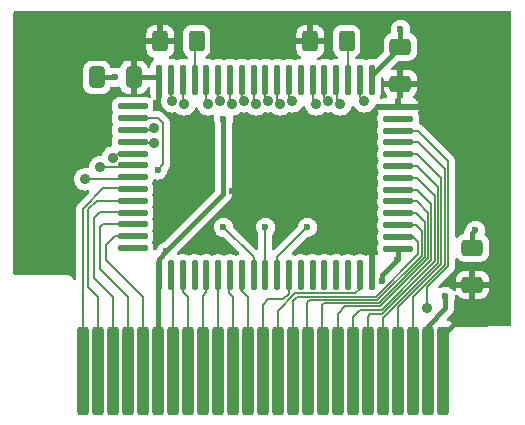
<source format=gbr>
%TF.GenerationSoftware,KiCad,Pcbnew,(6.0.5)*%
%TF.CreationDate,2023-06-09T12:11:34-05:00*%
%TF.ProjectId,pcchips_apic,70636368-6970-4735-9f61-7069632e6b69,rev?*%
%TF.SameCoordinates,Original*%
%TF.FileFunction,Copper,L1,Top*%
%TF.FilePolarity,Positive*%
%FSLAX46Y46*%
G04 Gerber Fmt 4.6, Leading zero omitted, Abs format (unit mm)*
G04 Created by KiCad (PCBNEW (6.0.5)) date 2023-06-09 12:11:34*
%MOMM*%
%LPD*%
G01*
G04 APERTURE LIST*
G04 Aperture macros list*
%AMRoundRect*
0 Rectangle with rounded corners*
0 $1 Rounding radius*
0 $2 $3 $4 $5 $6 $7 $8 $9 X,Y pos of 4 corners*
0 Add a 4 corners polygon primitive as box body*
4,1,4,$2,$3,$4,$5,$6,$7,$8,$9,$2,$3,0*
0 Add four circle primitives for the rounded corners*
1,1,$1+$1,$2,$3*
1,1,$1+$1,$4,$5*
1,1,$1+$1,$6,$7*
1,1,$1+$1,$8,$9*
0 Add four rect primitives between the rounded corners*
20,1,$1+$1,$2,$3,$4,$5,0*
20,1,$1+$1,$4,$5,$6,$7,0*
20,1,$1+$1,$6,$7,$8,$9,0*
20,1,$1+$1,$8,$9,$2,$3,0*%
G04 Aperture macros list end*
%TA.AperFunction,SMDPad,CuDef*%
%ADD10RoundRect,0.125000X-0.125000X-1.125000X0.125000X-1.125000X0.125000X1.125000X-0.125000X1.125000X0*%
%TD*%
%TA.AperFunction,SMDPad,CuDef*%
%ADD11RoundRect,0.125000X1.125000X-0.125000X1.125000X0.125000X-1.125000X0.125000X-1.125000X-0.125000X0*%
%TD*%
%TA.AperFunction,SMDPad,CuDef*%
%ADD12RoundRect,0.125000X0.125000X1.125000X-0.125000X1.125000X-0.125000X-1.125000X0.125000X-1.125000X0*%
%TD*%
%TA.AperFunction,SMDPad,CuDef*%
%ADD13RoundRect,0.125000X-1.125000X0.125000X-1.125000X-0.125000X1.125000X-0.125000X1.125000X0.125000X0*%
%TD*%
%TA.AperFunction,SMDPad,CuDef*%
%ADD14RoundRect,0.250000X0.650000X-0.412500X0.650000X0.412500X-0.650000X0.412500X-0.650000X-0.412500X0*%
%TD*%
%TA.AperFunction,SMDPad,CuDef*%
%ADD15RoundRect,0.250000X-0.250000X-3.500000X0.250000X-3.500000X0.250000X3.500000X-0.250000X3.500000X0*%
%TD*%
%TA.AperFunction,SMDPad,CuDef*%
%ADD16RoundRect,0.250000X0.400000X0.625000X-0.400000X0.625000X-0.400000X-0.625000X0.400000X-0.625000X0*%
%TD*%
%TA.AperFunction,SMDPad,CuDef*%
%ADD17RoundRect,0.250000X0.412500X0.650000X-0.412500X0.650000X-0.412500X-0.650000X0.412500X-0.650000X0*%
%TD*%
%TA.AperFunction,ViaPad*%
%ADD18C,0.600000*%
%TD*%
%TA.AperFunction,ViaPad*%
%ADD19C,0.900000*%
%TD*%
%TA.AperFunction,Conductor*%
%ADD20C,0.150000*%
%TD*%
%TA.AperFunction,Conductor*%
%ADD21C,0.400000*%
%TD*%
G04 APERTURE END LIST*
D10*
%TO.P,U1,1,GND*%
%TO.N,GND*%
X127110000Y-60920000D03*
%TO.P,U1,2,PCICLK*%
%TO.N,/PCI_CLK*%
X126110000Y-60920000D03*
%TO.P,U1,3,~{TESTIN}*%
%TO.N,/~{TEST_IN}*%
X125110000Y-60920000D03*
%TO.P,U1,4,APICD0*%
%TO.N,/APIC_D0*%
X124110000Y-60920000D03*
%TO.P,U1,5,APICD1*%
%TO.N,/APIC_D1*%
X123110000Y-60920000D03*
%TO.P,U1,6,~{SMIOUT}*%
%TO.N,/~{SMI_OUT}*%
X122110000Y-60920000D03*
%TO.P,U1,7*%
%TO.N,N/C*%
X121110000Y-60920000D03*
%TO.P,U1,8,~{APICACK2}*%
%TO.N,/~{APIC_ACK2}*%
X120110000Y-60920000D03*
%TO.P,U1,9,~{APICREQ}*%
%TO.N,/~{APIC_REQ}*%
X119110000Y-60920000D03*
%TO.P,U1,10,~{APICACK1}*%
%TO.N,/~{APIC_ACK1}*%
X118110000Y-60920000D03*
%TO.P,U1,11,~{WR}*%
%TO.N,/~{WR}*%
X117110000Y-60920000D03*
%TO.P,U1,12,~{RD}*%
%TO.N,/~{RD}*%
X116110000Y-60920000D03*
%TO.P,U1,13,A0*%
%TO.N,/A0*%
X115110000Y-60920000D03*
%TO.P,U1,14,A1*%
%TO.N,/A1*%
X114110000Y-60920000D03*
%TO.P,U1,15,~{D/I}*%
%TO.N,/~{D{slash}I}*%
X113110000Y-60920000D03*
%TO.P,U1,16,INTIN13*%
%TO.N,/INTIN13*%
X112110000Y-60920000D03*
%TO.P,U1,17,INTIN0*%
%TO.N,/INTIN0*%
X111110000Y-60920000D03*
%TO.P,U1,18,INTIN14*%
%TO.N,/INTIN14*%
X110110000Y-60920000D03*
%TO.P,U1,19,VCC*%
%TO.N,VCC*%
X109110000Y-60920000D03*
D11*
%TO.P,U1,20*%
%TO.N,N/C*%
X106860000Y-63170000D03*
%TO.P,U1,21,INTIN15*%
%TO.N,/INTIN15*%
X106860000Y-64170000D03*
%TO.P,U1,22,INTIN12*%
%TO.N,/INTIN12*%
X106860000Y-65170000D03*
%TO.P,U1,23,INTIN11*%
%TO.N,/INTIN11*%
X106860000Y-66170000D03*
%TO.P,U1,24,INTIN10*%
%TO.N,/INTIN10*%
X106860000Y-67170000D03*
%TO.P,U1,25,INTIN3*%
%TO.N,/INTIN3*%
X106860000Y-68170000D03*
%TO.P,U1,26,INTIN4*%
%TO.N,/INTIN4*%
X106860000Y-69170000D03*
%TO.P,U1,27,INTIN5*%
%TO.N,/INTIN5*%
X106860000Y-70170000D03*
%TO.P,U1,28,INTIN6*%
%TO.N,/INTIN6*%
X106860000Y-71170000D03*
%TO.P,U1,29,INTIN7*%
%TO.N,/INTIN7*%
X106860000Y-72170000D03*
%TO.P,U1,30,INTIN9*%
%TO.N,/INTIN9*%
X106860000Y-73170000D03*
%TO.P,U1,31,INTIN8*%
%TO.N,/INTIN8*%
X106860000Y-74170000D03*
%TO.P,U1,32*%
%TO.N,N/C*%
X106860000Y-75170000D03*
D12*
%TO.P,U1,33,GND*%
%TO.N,GND*%
X109110000Y-77470000D03*
%TO.P,U1,34,INTIN1*%
%TO.N,/INTIN1*%
X110110000Y-77470000D03*
%TO.P,U1,35,INTIN2*%
%TO.N,/INTIN2*%
X111110000Y-77470000D03*
%TO.P,U1,36*%
%TO.N,N/C*%
X112110000Y-77470000D03*
%TO.P,U1,37,INTIN16*%
%TO.N,/INTIN16*%
X113110000Y-77470000D03*
%TO.P,U1,38,INTIN17*%
%TO.N,/INTIN17*%
X114110000Y-77470000D03*
%TO.P,U1,39,INTIN18*%
%TO.N,/INTIN18*%
X115110000Y-77470000D03*
%TO.P,U1,40,INTIN19*%
%TO.N,/INTIN19*%
X116110000Y-77470000D03*
%TO.P,U1,41,INTIN20*%
%TO.N,/INTIN20*%
X117110000Y-77470000D03*
%TO.P,U1,42,INTIN21*%
%TO.N,/INTIN21*%
X118110000Y-77470000D03*
%TO.P,U1,43,INTIN22*%
%TO.N,/INTIN22*%
X119110000Y-77470000D03*
%TO.P,U1,44,INTIN23/~{SMI}*%
%TO.N,/INTIN23*%
X120110000Y-77470000D03*
%TO.P,U1,45*%
%TO.N,N/C*%
X121110000Y-77470000D03*
%TO.P,U1,46*%
X122110000Y-77470000D03*
%TO.P,U1,47*%
X123110000Y-77470000D03*
%TO.P,U1,48*%
X124110000Y-77470000D03*
%TO.P,U1,49*%
X125110000Y-77470000D03*
%TO.P,U1,50,D7*%
%TO.N,/D7*%
X126110000Y-77470000D03*
%TO.P,U1,51,VCC*%
%TO.N,VCC*%
X127110000Y-77470000D03*
D13*
%TO.P,U1,52,GND*%
%TO.N,GND*%
X129360000Y-75220000D03*
%TO.P,U1,53,D6*%
%TO.N,/D6*%
X129360000Y-74220000D03*
%TO.P,U1,54,D5*%
%TO.N,/D5*%
X129360000Y-73220000D03*
%TO.P,U1,55,D4*%
%TO.N,/D4*%
X129360000Y-72220000D03*
%TO.P,U1,56,D3*%
%TO.N,/D3*%
X129360000Y-71220000D03*
%TO.P,U1,57,D2*%
%TO.N,/D2*%
X129360000Y-70220000D03*
%TO.P,U1,58,D1*%
%TO.N,/D1*%
X129360000Y-69220000D03*
%TO.P,U1,59,D0*%
%TO.N,/D0*%
X129360000Y-68220000D03*
%TO.P,U1,60,RESET*%
%TO.N,/RST*%
X129360000Y-67220000D03*
%TO.P,U1,61,~{CS}*%
%TO.N,/~{CS}*%
X129360000Y-66220000D03*
%TO.P,U1,62,APICCLK*%
%TO.N,/APIC_CLK*%
X129360000Y-65220000D03*
%TO.P,U1,63*%
%TO.N,N/C*%
X129360000Y-64220000D03*
%TO.P,U1,64,VCC*%
%TO.N,VCC*%
X129360000Y-63220000D03*
%TD*%
D14*
%TO.P,C3,1*%
%TO.N,VCC*%
X129540000Y-61252500D03*
%TO.P,C3,2*%
%TO.N,GND*%
X129540000Y-58127500D03*
%TD*%
%TO.P,C4,1*%
%TO.N,VCC*%
X135636000Y-78270500D03*
%TO.P,C4,2*%
%TO.N,GND*%
X135636000Y-75145500D03*
%TD*%
D15*
%TO.P,.,1,Pin_1*%
%TO.N,/INTIN5*%
X102642000Y-85542000D03*
%TO.P,.,2,Pin_2*%
%TO.N,/INTIN6*%
X103912000Y-85542000D03*
%TO.P,.,3,Pin_3*%
%TO.N,/INTIN7*%
X105182000Y-85542000D03*
%TO.P,.,4,Pin_4*%
%TO.N,/INTIN9*%
X106452000Y-85542000D03*
%TO.P,.,5,Pin_5*%
%TO.N,/INTIN8*%
X107722000Y-85542000D03*
%TO.P,.,6,Pin_6*%
%TO.N,GND*%
X108992000Y-85542000D03*
%TO.P,.,7,Pin_7*%
%TO.N,/INTIN1*%
X110262000Y-85542000D03*
%TO.P,.,8,Pin_8*%
%TO.N,/INTIN2*%
X111532000Y-85542000D03*
%TO.P,.,9,Pin_9*%
%TO.N,/INTIN16*%
X112802000Y-85542000D03*
%TO.P,.,10,Pin_10*%
%TO.N,/INTIN17*%
X114072000Y-85542000D03*
%TO.P,.,11,Pin_11*%
%TO.N,/INTIN18*%
X115342000Y-85542000D03*
%TO.P,.,12,Pin_12*%
%TO.N,/INTIN19*%
X116612000Y-85542000D03*
%TO.P,.,13,Pin_13*%
%TO.N,/INTIN23*%
X117882000Y-85542000D03*
%TO.P,.,14,Pin_14*%
%TO.N,/D7*%
X119152000Y-85542000D03*
%TO.P,.,15,Pin_15*%
%TO.N,/D6*%
X120422000Y-85542000D03*
%TO.P,.,16,Pin_16*%
%TO.N,/D5*%
X121692000Y-85542000D03*
%TO.P,.,17,Pin_17*%
%TO.N,/D4*%
X122962000Y-85542000D03*
%TO.P,.,18,Pin_18*%
%TO.N,/D3*%
X124232000Y-85542000D03*
%TO.P,.,19,Pin_19*%
%TO.N,/D2*%
X125502000Y-85542000D03*
%TO.P,.,20,Pin_20*%
%TO.N,/D1*%
X126772000Y-85542000D03*
%TO.P,.,21,Pin_21*%
%TO.N,/D0*%
X128042000Y-85542000D03*
%TO.P,.,22,Pin_22*%
%TO.N,/RST*%
X129312000Y-85542000D03*
%TO.P,.,23,Pin_23*%
%TO.N,/~{CS}*%
X130582000Y-85542000D03*
%TO.P,.,24,Pin_24*%
%TO.N,GND*%
X131852000Y-85542000D03*
%TO.P,.,25,Pin_25*%
%TO.N,VCC*%
X133122000Y-85542000D03*
%TD*%
D16*
%TO.P,R1,1*%
%TO.N,/INTIN13*%
X112294000Y-57658000D03*
%TO.P,R1,2*%
%TO.N,VCC*%
X109194000Y-57658000D03*
%TD*%
%TO.P,R5,1*%
%TO.N,/~{TEST_IN}*%
X124994000Y-57658000D03*
%TO.P,R5,2*%
%TO.N,VCC*%
X121894000Y-57658000D03*
%TD*%
D17*
%TO.P,C1,1*%
%TO.N,VCC*%
X106972500Y-60706000D03*
%TO.P,C1,2*%
%TO.N,GND*%
X103847500Y-60706000D03*
%TD*%
D18*
%TO.N,/INTIN15*%
X108992000Y-68554000D03*
%TO.N,GND*%
X133350000Y-79248000D03*
X105410000Y-60706000D03*
X129540000Y-56642000D03*
X128016000Y-77978000D03*
X114554000Y-64262000D03*
X109728000Y-75438000D03*
%TO.N,VCC*%
X121412000Y-70104000D03*
X117856000Y-70104000D03*
X115316000Y-70358000D03*
%TO.N,GND*%
X129286000Y-76200000D03*
X135890000Y-73660000D03*
%TO.N,/INTIN20*%
X114554000Y-73406000D03*
%TO.N,/INTIN21*%
X118110000Y-73406000D03*
%TO.N,/INTIN22*%
X121666000Y-73406000D03*
D19*
%TO.N,/APIC_CLK*%
X131826000Y-80264000D03*
%TO.N,/PCI_CLK*%
X126492000Y-62738000D03*
%TO.N,/APIC_D0*%
X124460000Y-62992000D03*
%TO.N,/APIC_D1*%
X123444000Y-62738000D03*
%TO.N,/~{SMI_OUT}*%
X122428000Y-62992000D03*
%TO.N,/~{APIC_ACK2}*%
X120396000Y-62738000D03*
%TO.N,/~{APIC_REQ}*%
X119380000Y-62992000D03*
%TO.N,/~{RD}*%
X116332000Y-62738000D03*
%TO.N,/A0*%
X115316000Y-62992000D03*
%TO.N,/A1*%
X114300000Y-62738000D03*
%TO.N,/~{D{slash}I}*%
X113284000Y-62992000D03*
%TO.N,/INTIN14*%
X110236000Y-62738000D03*
%TO.N,/INTIN12*%
X108712000Y-65024000D03*
%TO.N,/INTIN11*%
X108712000Y-66294000D03*
%TO.N,/INTIN10*%
X105182000Y-67538000D03*
%TO.N,/INTIN3*%
X104140000Y-68326000D03*
%TO.N,/INTIN4*%
X102870000Y-69342000D03*
%TO.N,/~{APIC_ACK1}*%
X118364000Y-62738000D03*
%TO.N,/~{WR}*%
X117348000Y-62992000D03*
%TO.N,/INTIN0*%
X111252000Y-62992000D03*
%TD*%
D20*
%TO.N,/INTIN23*%
X117882000Y-79984000D02*
X117882000Y-85542000D01*
X119634000Y-79502000D02*
X118364000Y-79502000D01*
X118364000Y-79502000D02*
X117882000Y-79984000D01*
X120110000Y-79026000D02*
X119634000Y-79502000D01*
X120110000Y-77470000D02*
X120110000Y-79026000D01*
%TO.N,/INTIN15*%
X109474000Y-68072000D02*
X108992000Y-68554000D01*
X109058000Y-64170000D02*
X109474000Y-64586000D01*
X109474000Y-64586000D02*
X109474000Y-68072000D01*
%TO.N,VCC*%
X108896000Y-60706000D02*
X109110000Y-60920000D01*
D21*
X106972500Y-60706000D02*
X108896000Y-60706000D01*
%TO.N,GND*%
X105410000Y-60706000D02*
X103847500Y-60706000D01*
%TO.N,VCC*%
X135636000Y-80010000D02*
X135636000Y-78270500D01*
X133122000Y-82524000D02*
X135636000Y-80010000D01*
D20*
X133122000Y-85542000D02*
X133122000Y-82524000D01*
%TO.N,GND*%
X108992000Y-77588000D02*
X109110000Y-77470000D01*
D21*
X108992000Y-85542000D02*
X108992000Y-77588000D01*
X133350000Y-80264000D02*
X133350000Y-79248000D01*
D20*
X131852000Y-85542000D02*
X131852000Y-81762000D01*
D21*
X131852000Y-81762000D02*
X133350000Y-80264000D01*
D20*
%TO.N,/INTIN5*%
X106806000Y-70116000D02*
X106860000Y-70170000D01*
X104394000Y-70116000D02*
X106806000Y-70116000D01*
X102642000Y-71868000D02*
X104394000Y-70116000D01*
X102642000Y-85542000D02*
X102642000Y-71868000D01*
%TO.N,GND*%
X127110000Y-60557500D02*
X127110000Y-60920000D01*
D21*
X129540000Y-58127500D02*
X127110000Y-60557500D01*
X129540000Y-58127500D02*
X129540000Y-56642000D01*
X128016000Y-77470000D02*
X129286000Y-76200000D01*
X128016000Y-77978000D02*
X128016000Y-77470000D01*
X114554000Y-70612000D02*
X109728000Y-75438000D01*
X114554000Y-64262000D02*
X114554000Y-70612000D01*
X109110000Y-76056000D02*
X109728000Y-75438000D01*
X109110000Y-77470000D02*
X109110000Y-76056000D01*
D20*
X129360000Y-76126000D02*
X129286000Y-76200000D01*
D21*
X129360000Y-75220000D02*
X129360000Y-76126000D01*
X135636000Y-73914000D02*
X135890000Y-73660000D01*
X135636000Y-75145500D02*
X135636000Y-73914000D01*
D20*
%TO.N,/~{TEST_IN}*%
X125110000Y-60920000D02*
X125110000Y-57774000D01*
X125110000Y-57774000D02*
X124994000Y-57658000D01*
%TO.N,/INTIN13*%
X112110000Y-57842000D02*
X112294000Y-57658000D01*
X112110000Y-60920000D02*
X112110000Y-57842000D01*
%TO.N,/INTIN22*%
X119110000Y-75962000D02*
X121666000Y-73406000D01*
X119110000Y-77470000D02*
X119110000Y-75962000D01*
%TO.N,/INTIN21*%
X118110000Y-77470000D02*
X118110000Y-73406000D01*
%TO.N,/INTIN20*%
X117110000Y-75962000D02*
X114554000Y-73406000D01*
X117110000Y-77470000D02*
X117110000Y-75962000D01*
%TO.N,/INTIN6*%
X103848000Y-71170000D02*
X106860000Y-71170000D01*
X103124000Y-71894000D02*
X103848000Y-71170000D01*
X103912000Y-79286000D02*
X103124000Y-78498000D01*
X103912000Y-85542000D02*
X103912000Y-79286000D01*
X103124000Y-78498000D02*
X103124000Y-71894000D01*
%TO.N,/INTIN7*%
X103632000Y-72656000D02*
X104140000Y-72148000D01*
X104140000Y-72148000D02*
X106838000Y-72148000D01*
X105182000Y-85542000D02*
X105182000Y-79286000D01*
X103632000Y-77736000D02*
X103632000Y-72656000D01*
X105182000Y-79286000D02*
X103632000Y-77736000D01*
X106838000Y-72148000D02*
X106860000Y-72170000D01*
%TO.N,/INTIN9*%
X106854000Y-73164000D02*
X106860000Y-73170000D01*
X104140000Y-73418000D02*
X104394000Y-73164000D01*
X106452000Y-85542000D02*
X106452000Y-79286000D01*
X104394000Y-73164000D02*
X106854000Y-73164000D01*
X106452000Y-79286000D02*
X104140000Y-76974000D01*
X104140000Y-76974000D02*
X104140000Y-73418000D01*
%TO.N,/INTIN8*%
X107722000Y-85542000D02*
X107722000Y-79286000D01*
X107722000Y-79286000D02*
X104648000Y-76212000D01*
X104648000Y-76212000D02*
X104648000Y-74942000D01*
X104648000Y-74942000D02*
X105420000Y-74170000D01*
X105420000Y-74170000D02*
X106860000Y-74170000D01*
%TO.N,/INTIN1*%
X110262000Y-85542000D02*
X110262000Y-78626000D01*
%TO.N,/INTIN2*%
X111110000Y-78864000D02*
X111110000Y-77470000D01*
X111532000Y-79286000D02*
X111110000Y-78864000D01*
X111532000Y-85542000D02*
X111532000Y-79286000D01*
%TO.N,/INTIN16*%
X112802000Y-79234000D02*
X113110000Y-78926000D01*
X113110000Y-78926000D02*
X113110000Y-77470000D01*
X112802000Y-85542000D02*
X112802000Y-79234000D01*
%TO.N,/INTIN17*%
X114072000Y-85542000D02*
X114072000Y-78512000D01*
%TO.N,/INTIN18*%
X115342000Y-79286000D02*
X115062000Y-79006000D01*
X115342000Y-85542000D02*
X115342000Y-79286000D01*
X115062000Y-77518000D02*
X115110000Y-77470000D01*
X115062000Y-79006000D02*
X115062000Y-77518000D01*
%TO.N,/INTIN19*%
X116078000Y-78752000D02*
X116078000Y-77502000D01*
X116078000Y-77502000D02*
X116110000Y-77470000D01*
X116612000Y-79286000D02*
X116078000Y-78752000D01*
X116612000Y-85542000D02*
X116612000Y-79286000D01*
%TO.N,/D7*%
X125730000Y-79006000D02*
X120650000Y-79006000D01*
X119152000Y-80504000D02*
X119152000Y-85542000D01*
X120650000Y-79006000D02*
X119152000Y-80504000D01*
X126110000Y-78626000D02*
X125730000Y-79006000D01*
X126110000Y-77470000D02*
X126110000Y-78626000D01*
%TO.N,/D6*%
X129360000Y-74220000D02*
X130596000Y-74220000D01*
X120764538Y-79282520D02*
X120422000Y-79625058D01*
X120422000Y-79625058D02*
X120422000Y-85542000D01*
X127485480Y-79282520D02*
X120764538Y-79282520D01*
X131064000Y-74688000D02*
X131064000Y-75704000D01*
X131064000Y-75704000D02*
X127485480Y-79282520D01*
X130596000Y-74220000D02*
X131064000Y-74688000D01*
%TO.N,/D5*%
X121666000Y-79768000D02*
X121874960Y-79559040D01*
X121666000Y-85516000D02*
X121666000Y-79768000D01*
X131340520Y-75818538D02*
X131340520Y-73682520D01*
X127600018Y-79559040D02*
X131340520Y-75818538D01*
X121692000Y-85542000D02*
X121666000Y-85516000D01*
X131340520Y-73694520D02*
X131185000Y-73539000D01*
X131340520Y-73682520D02*
X131197000Y-73539000D01*
X131197000Y-73539000D02*
X131185000Y-73539000D01*
X131185000Y-73539000D02*
X130866000Y-73220000D01*
X130866000Y-73220000D02*
X129360000Y-73220000D01*
X121874960Y-79559040D02*
X127600018Y-79559040D01*
%TO.N,/D4*%
X122936000Y-82397455D02*
X122936000Y-80010000D01*
X122962000Y-85542000D02*
X122962000Y-82423455D01*
X122962000Y-82423455D02*
X122936000Y-82397455D01*
X131617040Y-72943040D02*
X130894000Y-72220000D01*
X123110440Y-79835560D02*
X127714556Y-79835560D01*
X131617040Y-75933076D02*
X131617040Y-72943040D01*
X127714556Y-79835560D02*
X131617040Y-75933076D01*
X130894000Y-72220000D02*
X129360000Y-72220000D01*
X122936000Y-80010000D02*
X123110440Y-79835560D01*
%TO.N,/D3*%
X131893560Y-76047614D02*
X131893560Y-72203560D01*
X131893560Y-72203560D02*
X130910000Y-71220000D01*
X124232000Y-80746000D02*
X124865920Y-80112080D01*
X127829094Y-80112080D02*
X131893560Y-76047614D01*
X124865920Y-80112080D02*
X127829094Y-80112080D01*
X130910000Y-71220000D02*
X129360000Y-71220000D01*
X124232000Y-85542000D02*
X124232000Y-80746000D01*
%TO.N,/D2*%
X132170080Y-71464080D02*
X130926000Y-70220000D01*
X130926000Y-70220000D02*
X129360000Y-70220000D01*
X132170080Y-76162152D02*
X132170080Y-71464080D01*
X125502000Y-81000000D02*
X126113400Y-80388600D01*
X126113400Y-80388600D02*
X127943632Y-80388600D01*
X125502000Y-85542000D02*
X125502000Y-81000000D01*
X127943632Y-80388600D02*
X132170080Y-76162152D01*
%TO.N,/D1*%
X130942000Y-69220000D02*
X129360000Y-69220000D01*
X126772000Y-81000000D02*
X127000000Y-80772000D01*
X132446600Y-70724600D02*
X130942000Y-69220000D01*
X132446600Y-76276690D02*
X132446600Y-70724600D01*
X126772000Y-85542000D02*
X126772000Y-81000000D01*
X127951290Y-80772000D02*
X132446600Y-76276690D01*
X127000000Y-80772000D02*
X127951290Y-80772000D01*
%TO.N,/D0*%
X132723120Y-69985120D02*
X130958000Y-68220000D01*
X132723120Y-76391228D02*
X132723120Y-69985120D01*
X128042000Y-81072348D02*
X132723120Y-76391228D01*
X130958000Y-68220000D02*
X129360000Y-68220000D01*
X128042000Y-85542000D02*
X128042000Y-81072348D01*
%TO.N,/RST*%
X129312000Y-80193406D02*
X132999640Y-76505766D01*
X130974000Y-67220000D02*
X129360000Y-67220000D01*
X132999640Y-69245640D02*
X130974000Y-67220000D01*
X129312000Y-85542000D02*
X129312000Y-80193406D01*
X132999640Y-76505766D02*
X132999640Y-69245640D01*
%TO.N,/~{CS}*%
X130582000Y-79314464D02*
X133276160Y-76620304D01*
X130990000Y-66220000D02*
X129360000Y-66220000D01*
X133276160Y-68506160D02*
X130990000Y-66220000D01*
X130582000Y-85542000D02*
X130582000Y-79314464D01*
X133276160Y-76620304D02*
X133276160Y-68506160D01*
%TO.N,/APIC_CLK*%
X131826000Y-78486000D02*
X131826000Y-80264000D01*
X133604000Y-67818000D02*
X133604000Y-76708000D01*
X131006000Y-65220000D02*
X133604000Y-67818000D01*
X133604000Y-76708000D02*
X131826000Y-78486000D01*
X129360000Y-65220000D02*
X131006000Y-65220000D01*
%TO.N,/PCI_CLK*%
X126110000Y-60920000D02*
X126110000Y-62356000D01*
X126110000Y-62356000D02*
X126492000Y-62738000D01*
%TO.N,/APIC_D0*%
X124206000Y-61016000D02*
X124206000Y-62738000D01*
X124110000Y-60920000D02*
X124206000Y-61016000D01*
X124206000Y-62738000D02*
X124460000Y-62992000D01*
%TO.N,/APIC_D1*%
X123110000Y-60920000D02*
X123110000Y-62404000D01*
X123110000Y-62404000D02*
X123444000Y-62738000D01*
%TO.N,/~{SMI_OUT}*%
X122110000Y-62674000D02*
X122428000Y-62992000D01*
X122110000Y-60920000D02*
X122110000Y-62674000D01*
%TO.N,/~{APIC_ACK2}*%
X120110000Y-60920000D02*
X120110000Y-62452000D01*
X120110000Y-62452000D02*
X120396000Y-62738000D01*
%TO.N,/~{APIC_REQ}*%
X119110000Y-62722000D02*
X119380000Y-62992000D01*
X119110000Y-60920000D02*
X119110000Y-62722000D01*
%TO.N,/~{RD}*%
X116110000Y-60920000D02*
X116110000Y-62516000D01*
X116110000Y-62516000D02*
X116332000Y-62738000D01*
%TO.N,/A0*%
X115110000Y-62786000D02*
X115316000Y-62992000D01*
X115110000Y-60920000D02*
X115110000Y-62786000D01*
%TO.N,/A1*%
X114110000Y-60920000D02*
X114110000Y-62548000D01*
X114110000Y-62548000D02*
X114300000Y-62738000D01*
%TO.N,/~{D{slash}I}*%
X113110000Y-62818000D02*
X113284000Y-62992000D01*
X113110000Y-60920000D02*
X113110000Y-62818000D01*
%TO.N,/INTIN14*%
X110110000Y-60920000D02*
X110110000Y-62612000D01*
X110110000Y-62612000D02*
X110236000Y-62738000D01*
%TO.N,/INTIN15*%
X106860000Y-64170000D02*
X109058000Y-64170000D01*
%TO.N,/INTIN12*%
X108566000Y-65170000D02*
X108712000Y-65024000D01*
X106860000Y-65170000D02*
X108566000Y-65170000D01*
%TO.N,/INTIN11*%
X106984000Y-66294000D02*
X106860000Y-66170000D01*
X108712000Y-66294000D02*
X106984000Y-66294000D01*
%TO.N,/INTIN10*%
X105182000Y-67538000D02*
X105550000Y-67170000D01*
X105550000Y-67170000D02*
X106860000Y-67170000D01*
%TO.N,/INTIN3*%
X106704000Y-68326000D02*
X106860000Y-68170000D01*
X104140000Y-68326000D02*
X106704000Y-68326000D01*
%TO.N,/INTIN4*%
X106688000Y-69342000D02*
X106860000Y-69170000D01*
X102870000Y-69342000D02*
X106688000Y-69342000D01*
%TO.N,/~{APIC_ACK1}*%
X118110000Y-60920000D02*
X118110000Y-62484000D01*
X118110000Y-62484000D02*
X118364000Y-62738000D01*
%TO.N,/~{WR}*%
X117110000Y-62754000D02*
X117348000Y-62992000D01*
X117110000Y-60920000D02*
X117110000Y-62754000D01*
%TO.N,/INTIN0*%
X111252000Y-62992000D02*
X111110000Y-62850000D01*
X111110000Y-60920000D02*
X111110000Y-62850000D01*
%TD*%
%TA.AperFunction,Conductor*%
%TO.N,VCC*%
G36*
X138879621Y-55138502D02*
G01*
X138926114Y-55192158D01*
X138937500Y-55244500D01*
X138937500Y-81664569D01*
X138917498Y-81732690D01*
X138863842Y-81779183D01*
X138812355Y-81790565D01*
X135018243Y-81816201D01*
X134189278Y-81821802D01*
X134121024Y-81802261D01*
X134074170Y-81748920D01*
X134068903Y-81735681D01*
X134065409Y-81725209D01*
X134059242Y-81712043D01*
X133973937Y-81574193D01*
X133964901Y-81562792D01*
X133850171Y-81448261D01*
X133838760Y-81439249D01*
X133700757Y-81354184D01*
X133687574Y-81348036D01*
X133566281Y-81307805D01*
X133507921Y-81267374D01*
X133480684Y-81201810D01*
X133493217Y-81131929D01*
X133516853Y-81099117D01*
X133830520Y-80785450D01*
X133836785Y-80779596D01*
X133837238Y-80779201D01*
X133880385Y-80741561D01*
X133917129Y-80689280D01*
X133921061Y-80683986D01*
X133955791Y-80639693D01*
X133960476Y-80633718D01*
X133963599Y-80626802D01*
X133964983Y-80624516D01*
X133973357Y-80609835D01*
X133974622Y-80607475D01*
X133978990Y-80601261D01*
X134002203Y-80541723D01*
X134004759Y-80535642D01*
X134019047Y-80504000D01*
X134031045Y-80477427D01*
X134032429Y-80469960D01*
X134033230Y-80467405D01*
X134037859Y-80451152D01*
X134038522Y-80448572D01*
X134041282Y-80441491D01*
X134049622Y-80378139D01*
X134050653Y-80371632D01*
X134060912Y-80316280D01*
X134062296Y-80308814D01*
X134058709Y-80246608D01*
X134058500Y-80239354D01*
X134058500Y-79678132D01*
X134071983Y-79622400D01*
X134073643Y-79619902D01*
X134090930Y-79574396D01*
X134135555Y-79456920D01*
X134135556Y-79456918D01*
X134138055Y-79450338D01*
X134139035Y-79443366D01*
X134162748Y-79274639D01*
X134162748Y-79274636D01*
X134163299Y-79270717D01*
X134163616Y-79248000D01*
X134163174Y-79244063D01*
X134162981Y-79240111D01*
X134164879Y-79240018D01*
X134175818Y-79177598D01*
X134223934Y-79125394D01*
X134292637Y-79107490D01*
X134360112Y-79129572D01*
X134387517Y-79155166D01*
X134393096Y-79162205D01*
X134507829Y-79276739D01*
X134519240Y-79285751D01*
X134657243Y-79370816D01*
X134670424Y-79376963D01*
X134824710Y-79428138D01*
X134838086Y-79431005D01*
X134932438Y-79440672D01*
X134938854Y-79441000D01*
X135363885Y-79441000D01*
X135379124Y-79436525D01*
X135380329Y-79435135D01*
X135382000Y-79427452D01*
X135382000Y-79422884D01*
X135890000Y-79422884D01*
X135894475Y-79438123D01*
X135895865Y-79439328D01*
X135903548Y-79440999D01*
X136333095Y-79440999D01*
X136339614Y-79440662D01*
X136435206Y-79430743D01*
X136448600Y-79427851D01*
X136602784Y-79376412D01*
X136615962Y-79370239D01*
X136753807Y-79284937D01*
X136765208Y-79275901D01*
X136879739Y-79161171D01*
X136888751Y-79149760D01*
X136973816Y-79011757D01*
X136979963Y-78998576D01*
X137031138Y-78844290D01*
X137034005Y-78830914D01*
X137043672Y-78736562D01*
X137044000Y-78730146D01*
X137044000Y-78542615D01*
X137039525Y-78527376D01*
X137038135Y-78526171D01*
X137030452Y-78524500D01*
X135908115Y-78524500D01*
X135892876Y-78528975D01*
X135891671Y-78530365D01*
X135890000Y-78538048D01*
X135890000Y-79422884D01*
X135382000Y-79422884D01*
X135382000Y-78542615D01*
X135377525Y-78527376D01*
X135376135Y-78526171D01*
X135368452Y-78524500D01*
X134246116Y-78524500D01*
X134230877Y-78528975D01*
X134229672Y-78530365D01*
X134228001Y-78538048D01*
X134228001Y-78687891D01*
X134207999Y-78756012D01*
X134154343Y-78802505D01*
X134084069Y-78812609D01*
X134019489Y-78783115D01*
X133995147Y-78754661D01*
X133987626Y-78742624D01*
X133972799Y-78727693D01*
X133864778Y-78618915D01*
X133864774Y-78618912D01*
X133859815Y-78613918D01*
X133848697Y-78606862D01*
X133747459Y-78542615D01*
X133706666Y-78516727D01*
X133677463Y-78506328D01*
X133542425Y-78458243D01*
X133542420Y-78458242D01*
X133535790Y-78455881D01*
X133528802Y-78455048D01*
X133528799Y-78455047D01*
X133405698Y-78440368D01*
X133355680Y-78434404D01*
X133348677Y-78435140D01*
X133348676Y-78435140D01*
X133182288Y-78452628D01*
X133182286Y-78452629D01*
X133175288Y-78453364D01*
X133003579Y-78511818D01*
X132934254Y-78554467D01*
X132865757Y-78573125D01*
X132798043Y-78551787D01*
X132752614Y-78497227D01*
X132743894Y-78426768D01*
X132779140Y-78358054D01*
X133138809Y-77998385D01*
X134228000Y-77998385D01*
X134232475Y-78013624D01*
X134233865Y-78014829D01*
X134241548Y-78016500D01*
X135363885Y-78016500D01*
X135379124Y-78012025D01*
X135380329Y-78010635D01*
X135382000Y-78002952D01*
X135382000Y-77998385D01*
X135890000Y-77998385D01*
X135894475Y-78013624D01*
X135895865Y-78014829D01*
X135903548Y-78016500D01*
X137025884Y-78016500D01*
X137041123Y-78012025D01*
X137042328Y-78010635D01*
X137043999Y-78002952D01*
X137043999Y-77810905D01*
X137043662Y-77804386D01*
X137033743Y-77708794D01*
X137030851Y-77695400D01*
X136979412Y-77541216D01*
X136973239Y-77528038D01*
X136887937Y-77390193D01*
X136878901Y-77378792D01*
X136764171Y-77264261D01*
X136752760Y-77255249D01*
X136614757Y-77170184D01*
X136601576Y-77164037D01*
X136447290Y-77112862D01*
X136433914Y-77109995D01*
X136339562Y-77100328D01*
X136333145Y-77100000D01*
X135908115Y-77100000D01*
X135892876Y-77104475D01*
X135891671Y-77105865D01*
X135890000Y-77113548D01*
X135890000Y-77998385D01*
X135382000Y-77998385D01*
X135382000Y-77118116D01*
X135377525Y-77102877D01*
X135376135Y-77101672D01*
X135368452Y-77100001D01*
X134938905Y-77100001D01*
X134932386Y-77100338D01*
X134836794Y-77110257D01*
X134823400Y-77113149D01*
X134669216Y-77164588D01*
X134656038Y-77170761D01*
X134518193Y-77256063D01*
X134506792Y-77265099D01*
X134392261Y-77379829D01*
X134383249Y-77391240D01*
X134298184Y-77529243D01*
X134292037Y-77542424D01*
X134240862Y-77696710D01*
X134237995Y-77710086D01*
X134228328Y-77804438D01*
X134228000Y-77810855D01*
X134228000Y-77998385D01*
X133138809Y-77998385D01*
X133983711Y-77153483D01*
X133996102Y-77142615D01*
X134013611Y-77129180D01*
X134013612Y-77129179D01*
X134020157Y-77124157D01*
X134043637Y-77093557D01*
X134043640Y-77093554D01*
X134113686Y-77002267D01*
X134172481Y-76860324D01*
X134192535Y-76708000D01*
X134188578Y-76677942D01*
X134187500Y-76661497D01*
X134187500Y-76136491D01*
X134207502Y-76068370D01*
X134261158Y-76021877D01*
X134331432Y-76011773D01*
X134396012Y-76041267D01*
X134402518Y-76047318D01*
X134477763Y-76122432D01*
X134512697Y-76157305D01*
X134518927Y-76161145D01*
X134518928Y-76161146D01*
X134656090Y-76245694D01*
X134663262Y-76250115D01*
X134743005Y-76276564D01*
X134824611Y-76303632D01*
X134824613Y-76303632D01*
X134831139Y-76305797D01*
X134837975Y-76306497D01*
X134837978Y-76306498D01*
X134881031Y-76310909D01*
X134935600Y-76316500D01*
X136336400Y-76316500D01*
X136339646Y-76316163D01*
X136339650Y-76316163D01*
X136435308Y-76306238D01*
X136435312Y-76306237D01*
X136442166Y-76305526D01*
X136448702Y-76303345D01*
X136448704Y-76303345D01*
X136580806Y-76259272D01*
X136609946Y-76249550D01*
X136760348Y-76156478D01*
X136885305Y-76031303D01*
X136897344Y-76011773D01*
X136974275Y-75886968D01*
X136974276Y-75886966D01*
X136978115Y-75880738D01*
X137017009Y-75763477D01*
X137031632Y-75719389D01*
X137031632Y-75719387D01*
X137033797Y-75712861D01*
X137034979Y-75701330D01*
X137044172Y-75611598D01*
X137044500Y-75608400D01*
X137044500Y-74682600D01*
X137043193Y-74670000D01*
X137034238Y-74583692D01*
X137034237Y-74583688D01*
X137033526Y-74576834D01*
X136977550Y-74409054D01*
X136884478Y-74258652D01*
X136856047Y-74230270D01*
X136764483Y-74138866D01*
X136759303Y-74133695D01*
X136698602Y-74096278D01*
X136651108Y-74043505D01*
X136639685Y-73973434D01*
X136646930Y-73944274D01*
X136648654Y-73939737D01*
X136678055Y-73862338D01*
X136693380Y-73753297D01*
X136702748Y-73686639D01*
X136702748Y-73686636D01*
X136703299Y-73682717D01*
X136703452Y-73671738D01*
X136703561Y-73663962D01*
X136703561Y-73663957D01*
X136703616Y-73660000D01*
X136683397Y-73479745D01*
X136664041Y-73424162D01*
X136626064Y-73315106D01*
X136626062Y-73315103D01*
X136623745Y-73308448D01*
X136527626Y-73154624D01*
X136513941Y-73140843D01*
X136404778Y-73030915D01*
X136404774Y-73030912D01*
X136399815Y-73025918D01*
X136388697Y-73018862D01*
X136325186Y-72978557D01*
X136246666Y-72928727D01*
X136217463Y-72918328D01*
X136082425Y-72870243D01*
X136082420Y-72870242D01*
X136075790Y-72867881D01*
X136068802Y-72867048D01*
X136068799Y-72867047D01*
X135945698Y-72852368D01*
X135895680Y-72846404D01*
X135888677Y-72847140D01*
X135888676Y-72847140D01*
X135722288Y-72864628D01*
X135722286Y-72864629D01*
X135715288Y-72865364D01*
X135543579Y-72923818D01*
X135537575Y-72927512D01*
X135395095Y-73015166D01*
X135395092Y-73015168D01*
X135389088Y-73018862D01*
X135384053Y-73023793D01*
X135384050Y-73023795D01*
X135264525Y-73140843D01*
X135259493Y-73145771D01*
X135161235Y-73298238D01*
X135158826Y-73304858D01*
X135158824Y-73304861D01*
X135122086Y-73405798D01*
X135104251Y-73435481D01*
X135105615Y-73436439D01*
X135068872Y-73488719D01*
X135064939Y-73494014D01*
X135025524Y-73544282D01*
X135022401Y-73551198D01*
X135021017Y-73553484D01*
X135012643Y-73568165D01*
X135011378Y-73570525D01*
X135007010Y-73576739D01*
X135004250Y-73583818D01*
X135004249Y-73583820D01*
X134983798Y-73636275D01*
X134981247Y-73642344D01*
X134954955Y-73700573D01*
X134953571Y-73708040D01*
X134952770Y-73710595D01*
X134948141Y-73726848D01*
X134947478Y-73729428D01*
X134944718Y-73736509D01*
X134938448Y-73784139D01*
X134936379Y-73799852D01*
X134935347Y-73806368D01*
X134928853Y-73841407D01*
X134923704Y-73869186D01*
X134923944Y-73873349D01*
X134900205Y-73938704D01*
X134843737Y-73981737D01*
X134831891Y-73985261D01*
X134829834Y-73985474D01*
X134823301Y-73987654D01*
X134823299Y-73987654D01*
X134702866Y-74027834D01*
X134662054Y-74041450D01*
X134511652Y-74134522D01*
X134506479Y-74139704D01*
X134402673Y-74243691D01*
X134340390Y-74277770D01*
X134269570Y-74272767D01*
X134212698Y-74230270D01*
X134187829Y-74163771D01*
X134187500Y-74154673D01*
X134187500Y-67864503D01*
X134188578Y-67848056D01*
X134191457Y-67826188D01*
X134192535Y-67818000D01*
X134172481Y-67665676D01*
X134168416Y-67655861D01*
X134147705Y-67605861D01*
X134113686Y-67523733D01*
X134043640Y-67432446D01*
X134043637Y-67432443D01*
X134042725Y-67431255D01*
X134025184Y-67408394D01*
X134025183Y-67408393D01*
X134020157Y-67401843D01*
X133996106Y-67383388D01*
X133983715Y-67372521D01*
X131451486Y-64840293D01*
X131440618Y-64827902D01*
X131427180Y-64810389D01*
X131422157Y-64803843D01*
X131300267Y-64710314D01*
X131170936Y-64656743D01*
X131115655Y-64612194D01*
X131093234Y-64544831D01*
X131098157Y-64505183D01*
X131108111Y-64470920D01*
X131113878Y-64451072D01*
X131113879Y-64451067D01*
X131115674Y-64444889D01*
X131117306Y-64424151D01*
X131118307Y-64411438D01*
X131118308Y-64411425D01*
X131118500Y-64408979D01*
X131118499Y-64031022D01*
X131115674Y-63995111D01*
X131071018Y-63841407D01*
X131036859Y-63783646D01*
X131019400Y-63714831D01*
X131036860Y-63655367D01*
X131066522Y-63605213D01*
X131072768Y-63590780D01*
X131102804Y-63487395D01*
X131102764Y-63473295D01*
X131095494Y-63470000D01*
X130622352Y-63470000D01*
X130597552Y-63466471D01*
X130597404Y-63467279D01*
X130591074Y-63466123D01*
X130584889Y-63464326D01*
X130572238Y-63463330D01*
X130551438Y-63461693D01*
X130551425Y-63461692D01*
X130548979Y-63461500D01*
X129360722Y-63461500D01*
X128171022Y-63461501D01*
X128160269Y-63462347D01*
X128141528Y-63463821D01*
X128141526Y-63463821D01*
X128135111Y-63464326D01*
X128128931Y-63466122D01*
X128122593Y-63467279D01*
X128122446Y-63466472D01*
X128097648Y-63470000D01*
X127630257Y-63470000D01*
X127616726Y-63473973D01*
X127615591Y-63481871D01*
X127647232Y-63590780D01*
X127653478Y-63605213D01*
X127683140Y-63655367D01*
X127700600Y-63724183D01*
X127683141Y-63783646D01*
X127648982Y-63841407D01*
X127646771Y-63849017D01*
X127607702Y-63983492D01*
X127604326Y-63995111D01*
X127603821Y-64001530D01*
X127601693Y-64028562D01*
X127601692Y-64028575D01*
X127601500Y-64031021D01*
X127601501Y-64408978D01*
X127601695Y-64411438D01*
X127601695Y-64411443D01*
X127603772Y-64437844D01*
X127604326Y-64444889D01*
X127648982Y-64598593D01*
X127671715Y-64637032D01*
X127682850Y-64655861D01*
X127700309Y-64724677D01*
X127682850Y-64784138D01*
X127648982Y-64841407D01*
X127646771Y-64849017D01*
X127607702Y-64983492D01*
X127604326Y-64995111D01*
X127603821Y-65001530D01*
X127601693Y-65028562D01*
X127601692Y-65028575D01*
X127601500Y-65031021D01*
X127601501Y-65408978D01*
X127604326Y-65444889D01*
X127648982Y-65598593D01*
X127653016Y-65605414D01*
X127682850Y-65655861D01*
X127700309Y-65724677D01*
X127682850Y-65784138D01*
X127648982Y-65841407D01*
X127646771Y-65849017D01*
X127607702Y-65983492D01*
X127604326Y-65995111D01*
X127603821Y-66001530D01*
X127601693Y-66028562D01*
X127601692Y-66028575D01*
X127601500Y-66031021D01*
X127601501Y-66408978D01*
X127604326Y-66444889D01*
X127648982Y-66598593D01*
X127653016Y-66605414D01*
X127682850Y-66655861D01*
X127700309Y-66724677D01*
X127682850Y-66784138D01*
X127648982Y-66841407D01*
X127604326Y-66995111D01*
X127603821Y-67001530D01*
X127601693Y-67028562D01*
X127601692Y-67028575D01*
X127601500Y-67031021D01*
X127601501Y-67408978D01*
X127601695Y-67411443D01*
X127603615Y-67435848D01*
X127604326Y-67444889D01*
X127648982Y-67598593D01*
X127653016Y-67605414D01*
X127682850Y-67655861D01*
X127700309Y-67724677D01*
X127682850Y-67784138D01*
X127648982Y-67841407D01*
X127646771Y-67849017D01*
X127616721Y-67952449D01*
X127604326Y-67995111D01*
X127603821Y-68001530D01*
X127601693Y-68028562D01*
X127601692Y-68028575D01*
X127601500Y-68031021D01*
X127601501Y-68408978D01*
X127604326Y-68444889D01*
X127648982Y-68598593D01*
X127653016Y-68605414D01*
X127682850Y-68655861D01*
X127700309Y-68724677D01*
X127682850Y-68784138D01*
X127648982Y-68841407D01*
X127646771Y-68849017D01*
X127615345Y-68957185D01*
X127604326Y-68995111D01*
X127603821Y-69001530D01*
X127601693Y-69028562D01*
X127601692Y-69028575D01*
X127601500Y-69031021D01*
X127601501Y-69408978D01*
X127604326Y-69444889D01*
X127648982Y-69598593D01*
X127653016Y-69605414D01*
X127682850Y-69655861D01*
X127700309Y-69724677D01*
X127682850Y-69784138D01*
X127648982Y-69841407D01*
X127646771Y-69849017D01*
X127607701Y-69983496D01*
X127604326Y-69995111D01*
X127603821Y-70001530D01*
X127601693Y-70028562D01*
X127601692Y-70028575D01*
X127601500Y-70031021D01*
X127601501Y-70408978D01*
X127604326Y-70444889D01*
X127648982Y-70598593D01*
X127678930Y-70649232D01*
X127682850Y-70655861D01*
X127700309Y-70724677D01*
X127682850Y-70784138D01*
X127648982Y-70841407D01*
X127646771Y-70849017D01*
X127607701Y-70983496D01*
X127604326Y-70995111D01*
X127603821Y-71001530D01*
X127601693Y-71028562D01*
X127601692Y-71028575D01*
X127601500Y-71031021D01*
X127601501Y-71408978D01*
X127601695Y-71411443D01*
X127603026Y-71428359D01*
X127604326Y-71444889D01*
X127648982Y-71598593D01*
X127653016Y-71605414D01*
X127682850Y-71655861D01*
X127700309Y-71724677D01*
X127682850Y-71784138D01*
X127648982Y-71841407D01*
X127646771Y-71849017D01*
X127607701Y-71983496D01*
X127604326Y-71995111D01*
X127603821Y-72001530D01*
X127601693Y-72028562D01*
X127601692Y-72028575D01*
X127601500Y-72031021D01*
X127601501Y-72408978D01*
X127604326Y-72444889D01*
X127648982Y-72598593D01*
X127656100Y-72610628D01*
X127682850Y-72655861D01*
X127700309Y-72724677D01*
X127682850Y-72784138D01*
X127648982Y-72841407D01*
X127646771Y-72849017D01*
X127607701Y-72983496D01*
X127604326Y-72995111D01*
X127603821Y-73001530D01*
X127601693Y-73028562D01*
X127601692Y-73028575D01*
X127601500Y-73031021D01*
X127601501Y-73408978D01*
X127604326Y-73444889D01*
X127648982Y-73598593D01*
X127673083Y-73639345D01*
X127682850Y-73655861D01*
X127700309Y-73724677D01*
X127682850Y-73784138D01*
X127648982Y-73841407D01*
X127646771Y-73849017D01*
X127606493Y-73987654D01*
X127604326Y-73995111D01*
X127603821Y-74001530D01*
X127601693Y-74028562D01*
X127601692Y-74028575D01*
X127601500Y-74031021D01*
X127601501Y-74408978D01*
X127604326Y-74444889D01*
X127648982Y-74598593D01*
X127653016Y-74605414D01*
X127682850Y-74655861D01*
X127700309Y-74724677D01*
X127682850Y-74784138D01*
X127648982Y-74841407D01*
X127646771Y-74849017D01*
X127607701Y-74983496D01*
X127604326Y-74995111D01*
X127603821Y-75001530D01*
X127601693Y-75028562D01*
X127601692Y-75028575D01*
X127601500Y-75031021D01*
X127601501Y-75408978D01*
X127604326Y-75444889D01*
X127606121Y-75451067D01*
X127643127Y-75578439D01*
X127647242Y-75592603D01*
X127648982Y-75598593D01*
X127648015Y-75598874D01*
X127655843Y-75662322D01*
X127625061Y-75726299D01*
X127564578Y-75763477D01*
X127493596Y-75762054D01*
X127481461Y-75757528D01*
X127480773Y-75757230D01*
X127377395Y-75727196D01*
X127363295Y-75727236D01*
X127360000Y-75734506D01*
X127360000Y-77173977D01*
X127348837Y-77225828D01*
X127334955Y-77256573D01*
X127333571Y-77264037D01*
X127332778Y-77266569D01*
X127328141Y-77282848D01*
X127327478Y-77285428D01*
X127324718Y-77292509D01*
X127323727Y-77300040D01*
X127323726Y-77300042D01*
X127316379Y-77355852D01*
X127315348Y-77362359D01*
X127303704Y-77425186D01*
X127304141Y-77432766D01*
X127304141Y-77432767D01*
X127307291Y-77487392D01*
X127307500Y-77494646D01*
X127307500Y-77547710D01*
X127291341Y-77602598D01*
X127294183Y-77604009D01*
X127291054Y-77610312D01*
X127287235Y-77616238D01*
X127279644Y-77637095D01*
X127237551Y-77694265D01*
X127171230Y-77719604D01*
X127161243Y-77720000D01*
X126994500Y-77720000D01*
X126926379Y-77699998D01*
X126879886Y-77646342D01*
X126868500Y-77594000D01*
X126868499Y-76283496D01*
X126868499Y-76281022D01*
X126865674Y-76245111D01*
X126863877Y-76238925D01*
X126862721Y-76232593D01*
X126863528Y-76232446D01*
X126860000Y-76207648D01*
X126860000Y-75740257D01*
X126856027Y-75726726D01*
X126848129Y-75725591D01*
X126739220Y-75757232D01*
X126724789Y-75763477D01*
X126674633Y-75793140D01*
X126605817Y-75810600D01*
X126546353Y-75793141D01*
X126546352Y-75793140D01*
X126488593Y-75758982D01*
X126480983Y-75756771D01*
X126341072Y-75716122D01*
X126341069Y-75716121D01*
X126334889Y-75714326D01*
X126322238Y-75713330D01*
X126301438Y-75711693D01*
X126301425Y-75711692D01*
X126298979Y-75711500D01*
X126110115Y-75711500D01*
X125921022Y-75711501D01*
X125913234Y-75712114D01*
X125891526Y-75713821D01*
X125891523Y-75713822D01*
X125885111Y-75714326D01*
X125815652Y-75734506D01*
X125739021Y-75756770D01*
X125731407Y-75758982D01*
X125724585Y-75763016D01*
X125724586Y-75763016D01*
X125674139Y-75792850D01*
X125605323Y-75810309D01*
X125545861Y-75792850D01*
X125495414Y-75763016D01*
X125495415Y-75763016D01*
X125488593Y-75758982D01*
X125480983Y-75756771D01*
X125341072Y-75716122D01*
X125341069Y-75716121D01*
X125334889Y-75714326D01*
X125322238Y-75713330D01*
X125301438Y-75711693D01*
X125301425Y-75711692D01*
X125298979Y-75711500D01*
X125110115Y-75711500D01*
X124921022Y-75711501D01*
X124913234Y-75712114D01*
X124891526Y-75713821D01*
X124891523Y-75713822D01*
X124885111Y-75714326D01*
X124815652Y-75734506D01*
X124739021Y-75756770D01*
X124731407Y-75758982D01*
X124724585Y-75763016D01*
X124724586Y-75763016D01*
X124674139Y-75792850D01*
X124605323Y-75810309D01*
X124545861Y-75792850D01*
X124495414Y-75763016D01*
X124495415Y-75763016D01*
X124488593Y-75758982D01*
X124480983Y-75756771D01*
X124341072Y-75716122D01*
X124341069Y-75716121D01*
X124334889Y-75714326D01*
X124322238Y-75713330D01*
X124301438Y-75711693D01*
X124301425Y-75711692D01*
X124298979Y-75711500D01*
X124110115Y-75711500D01*
X123921022Y-75711501D01*
X123913234Y-75712114D01*
X123891526Y-75713821D01*
X123891523Y-75713822D01*
X123885111Y-75714326D01*
X123815652Y-75734506D01*
X123739021Y-75756770D01*
X123731407Y-75758982D01*
X123724585Y-75763016D01*
X123724586Y-75763016D01*
X123674139Y-75792850D01*
X123605323Y-75810309D01*
X123545861Y-75792850D01*
X123495414Y-75763016D01*
X123495415Y-75763016D01*
X123488593Y-75758982D01*
X123480983Y-75756771D01*
X123341072Y-75716122D01*
X123341069Y-75716121D01*
X123334889Y-75714326D01*
X123322238Y-75713330D01*
X123301438Y-75711693D01*
X123301425Y-75711692D01*
X123298979Y-75711500D01*
X123110115Y-75711500D01*
X122921022Y-75711501D01*
X122913234Y-75712114D01*
X122891526Y-75713821D01*
X122891523Y-75713822D01*
X122885111Y-75714326D01*
X122815652Y-75734506D01*
X122739021Y-75756770D01*
X122731407Y-75758982D01*
X122724585Y-75763016D01*
X122724586Y-75763016D01*
X122674139Y-75792850D01*
X122605323Y-75810309D01*
X122545861Y-75792850D01*
X122495414Y-75763016D01*
X122495415Y-75763016D01*
X122488593Y-75758982D01*
X122480983Y-75756771D01*
X122341072Y-75716122D01*
X122341069Y-75716121D01*
X122334889Y-75714326D01*
X122322238Y-75713330D01*
X122301438Y-75711693D01*
X122301425Y-75711692D01*
X122298979Y-75711500D01*
X122110115Y-75711500D01*
X121921022Y-75711501D01*
X121913234Y-75712114D01*
X121891526Y-75713821D01*
X121891523Y-75713822D01*
X121885111Y-75714326D01*
X121815652Y-75734506D01*
X121739021Y-75756770D01*
X121731407Y-75758982D01*
X121724585Y-75763016D01*
X121724586Y-75763016D01*
X121674139Y-75792850D01*
X121605323Y-75810309D01*
X121545861Y-75792850D01*
X121495414Y-75763016D01*
X121495415Y-75763016D01*
X121488593Y-75758982D01*
X121480983Y-75756771D01*
X121341072Y-75716122D01*
X121341069Y-75716121D01*
X121334889Y-75714326D01*
X121322238Y-75713330D01*
X121301438Y-75711693D01*
X121301425Y-75711692D01*
X121298979Y-75711500D01*
X121110115Y-75711500D01*
X120921022Y-75711501D01*
X120913234Y-75712114D01*
X120891526Y-75713821D01*
X120891523Y-75713822D01*
X120885111Y-75714326D01*
X120815652Y-75734506D01*
X120739021Y-75756770D01*
X120731407Y-75758982D01*
X120724585Y-75763016D01*
X120724586Y-75763016D01*
X120674139Y-75792850D01*
X120605323Y-75810309D01*
X120545861Y-75792850D01*
X120495414Y-75763016D01*
X120495415Y-75763016D01*
X120488593Y-75758982D01*
X120480984Y-75756771D01*
X120480981Y-75756770D01*
X120424142Y-75740257D01*
X120421683Y-75739543D01*
X120361849Y-75701330D01*
X120332171Y-75636834D01*
X120342074Y-75566531D01*
X120367742Y-75529451D01*
X121648386Y-74248807D01*
X121710698Y-74214781D01*
X121726060Y-74212421D01*
X121829600Y-74202998D01*
X121836302Y-74200820D01*
X121836304Y-74200820D01*
X121995409Y-74149124D01*
X121995412Y-74149123D01*
X122002108Y-74146947D01*
X122157912Y-74054069D01*
X122289266Y-73928982D01*
X122389643Y-73777902D01*
X122441132Y-73642358D01*
X122451555Y-73614920D01*
X122451556Y-73614918D01*
X122454055Y-73608338D01*
X122457501Y-73583820D01*
X122478748Y-73432639D01*
X122478748Y-73432636D01*
X122479299Y-73428717D01*
X122479616Y-73406000D01*
X122459397Y-73225745D01*
X122457080Y-73219091D01*
X122402064Y-73061106D01*
X122402062Y-73061103D01*
X122399745Y-73054448D01*
X122375199Y-73015166D01*
X122307359Y-72906598D01*
X122303626Y-72900624D01*
X122289941Y-72886843D01*
X122180778Y-72776915D01*
X122180774Y-72776912D01*
X122175815Y-72771918D01*
X122164697Y-72764862D01*
X122094005Y-72720000D01*
X122022666Y-72674727D01*
X121969684Y-72655861D01*
X121858425Y-72616243D01*
X121858420Y-72616242D01*
X121851790Y-72613881D01*
X121844802Y-72613048D01*
X121844799Y-72613047D01*
X121721698Y-72598368D01*
X121671680Y-72592404D01*
X121664677Y-72593140D01*
X121664676Y-72593140D01*
X121498288Y-72610628D01*
X121498286Y-72610629D01*
X121491288Y-72611364D01*
X121319579Y-72669818D01*
X121313575Y-72673512D01*
X121171095Y-72761166D01*
X121171092Y-72761168D01*
X121165088Y-72764862D01*
X121160053Y-72769793D01*
X121160050Y-72769795D01*
X121040525Y-72886843D01*
X121035493Y-72891771D01*
X120937235Y-73044238D01*
X120934826Y-73050858D01*
X120934824Y-73050861D01*
X120894883Y-73160598D01*
X120875197Y-73214685D01*
X120874314Y-73221675D01*
X120857913Y-73351502D01*
X120829531Y-73416579D01*
X120822002Y-73424805D01*
X118908595Y-75338212D01*
X118846283Y-75372238D01*
X118775468Y-75367173D01*
X118718632Y-75324626D01*
X118693821Y-75258106D01*
X118693500Y-75249117D01*
X118693500Y-74020854D01*
X118713502Y-73952733D01*
X118724236Y-73939737D01*
X118723637Y-73939235D01*
X118728161Y-73933843D01*
X118733266Y-73928982D01*
X118833643Y-73777902D01*
X118885132Y-73642358D01*
X118895555Y-73614920D01*
X118895556Y-73614918D01*
X118898055Y-73608338D01*
X118901501Y-73583820D01*
X118922748Y-73432639D01*
X118922748Y-73432636D01*
X118923299Y-73428717D01*
X118923616Y-73406000D01*
X118903397Y-73225745D01*
X118901080Y-73219091D01*
X118846064Y-73061106D01*
X118846062Y-73061103D01*
X118843745Y-73054448D01*
X118819199Y-73015166D01*
X118751359Y-72906598D01*
X118747626Y-72900624D01*
X118733941Y-72886843D01*
X118624778Y-72776915D01*
X118624774Y-72776912D01*
X118619815Y-72771918D01*
X118608697Y-72764862D01*
X118538005Y-72720000D01*
X118466666Y-72674727D01*
X118413684Y-72655861D01*
X118302425Y-72616243D01*
X118302420Y-72616242D01*
X118295790Y-72613881D01*
X118288802Y-72613048D01*
X118288799Y-72613047D01*
X118165698Y-72598368D01*
X118115680Y-72592404D01*
X118108677Y-72593140D01*
X118108676Y-72593140D01*
X117942288Y-72610628D01*
X117942286Y-72610629D01*
X117935288Y-72611364D01*
X117763579Y-72669818D01*
X117757575Y-72673512D01*
X117615095Y-72761166D01*
X117615092Y-72761168D01*
X117609088Y-72764862D01*
X117604053Y-72769793D01*
X117604050Y-72769795D01*
X117484525Y-72886843D01*
X117479493Y-72891771D01*
X117381235Y-73044238D01*
X117378826Y-73050858D01*
X117378824Y-73050861D01*
X117338883Y-73160598D01*
X117319197Y-73214685D01*
X117296463Y-73394640D01*
X117314163Y-73575160D01*
X117371418Y-73747273D01*
X117375065Y-73753295D01*
X117375066Y-73753297D01*
X117461730Y-73896398D01*
X117461733Y-73896401D01*
X117465380Y-73902424D01*
X117491138Y-73929097D01*
X117524069Y-73991991D01*
X117526500Y-74016622D01*
X117526500Y-75249117D01*
X117506498Y-75317238D01*
X117452842Y-75363731D01*
X117382568Y-75373835D01*
X117317988Y-75344341D01*
X117311405Y-75338212D01*
X115397355Y-73424162D01*
X115363329Y-73361850D01*
X115361235Y-73349112D01*
X115348182Y-73232744D01*
X115347397Y-73225745D01*
X115345080Y-73219091D01*
X115290064Y-73061106D01*
X115290062Y-73061103D01*
X115287745Y-73054448D01*
X115263199Y-73015166D01*
X115195359Y-72906598D01*
X115191626Y-72900624D01*
X115177941Y-72886843D01*
X115068778Y-72776915D01*
X115068774Y-72776912D01*
X115063815Y-72771918D01*
X115052697Y-72764862D01*
X114982005Y-72720000D01*
X114910666Y-72674727D01*
X114857684Y-72655861D01*
X114746425Y-72616243D01*
X114746420Y-72616242D01*
X114739790Y-72613881D01*
X114732802Y-72613048D01*
X114732799Y-72613047D01*
X114609698Y-72598368D01*
X114559680Y-72592404D01*
X114552677Y-72593140D01*
X114552676Y-72593140D01*
X114386288Y-72610628D01*
X114386286Y-72610629D01*
X114379288Y-72611364D01*
X114207579Y-72669818D01*
X114201575Y-72673512D01*
X114059095Y-72761166D01*
X114059092Y-72761168D01*
X114053088Y-72764862D01*
X114048053Y-72769793D01*
X114048050Y-72769795D01*
X113928525Y-72886843D01*
X113923493Y-72891771D01*
X113825235Y-73044238D01*
X113822826Y-73050858D01*
X113822824Y-73050861D01*
X113782883Y-73160598D01*
X113763197Y-73214685D01*
X113740463Y-73394640D01*
X113758163Y-73575160D01*
X113815418Y-73747273D01*
X113819065Y-73753295D01*
X113819066Y-73753297D01*
X113905731Y-73896398D01*
X113909380Y-73902424D01*
X113914269Y-73907487D01*
X113914270Y-73907488D01*
X113957963Y-73952733D01*
X114035382Y-74032902D01*
X114187159Y-74132222D01*
X114193763Y-74134678D01*
X114193765Y-74134679D01*
X114350558Y-74192990D01*
X114350560Y-74192990D01*
X114357168Y-74195448D01*
X114500786Y-74214611D01*
X114565662Y-74243447D01*
X114573216Y-74250409D01*
X115852258Y-75529451D01*
X115886284Y-75591763D01*
X115881219Y-75662578D01*
X115838672Y-75719414D01*
X115798317Y-75739542D01*
X115795858Y-75740257D01*
X115739019Y-75756770D01*
X115739016Y-75756771D01*
X115731407Y-75758982D01*
X115724585Y-75763016D01*
X115724586Y-75763016D01*
X115674139Y-75792850D01*
X115605323Y-75810309D01*
X115545861Y-75792850D01*
X115495414Y-75763016D01*
X115495415Y-75763016D01*
X115488593Y-75758982D01*
X115480983Y-75756771D01*
X115341072Y-75716122D01*
X115341069Y-75716121D01*
X115334889Y-75714326D01*
X115322238Y-75713330D01*
X115301438Y-75711693D01*
X115301425Y-75711692D01*
X115298979Y-75711500D01*
X115110115Y-75711500D01*
X114921022Y-75711501D01*
X114913234Y-75712114D01*
X114891526Y-75713821D01*
X114891523Y-75713822D01*
X114885111Y-75714326D01*
X114815652Y-75734506D01*
X114739021Y-75756770D01*
X114731407Y-75758982D01*
X114724585Y-75763016D01*
X114724586Y-75763016D01*
X114674139Y-75792850D01*
X114605323Y-75810309D01*
X114545861Y-75792850D01*
X114495414Y-75763016D01*
X114495415Y-75763016D01*
X114488593Y-75758982D01*
X114480983Y-75756771D01*
X114341072Y-75716122D01*
X114341069Y-75716121D01*
X114334889Y-75714326D01*
X114322238Y-75713330D01*
X114301438Y-75711693D01*
X114301425Y-75711692D01*
X114298979Y-75711500D01*
X114110115Y-75711500D01*
X113921022Y-75711501D01*
X113913234Y-75712114D01*
X113891526Y-75713821D01*
X113891523Y-75713822D01*
X113885111Y-75714326D01*
X113815652Y-75734506D01*
X113739021Y-75756770D01*
X113731407Y-75758982D01*
X113724585Y-75763016D01*
X113724586Y-75763016D01*
X113674139Y-75792850D01*
X113605323Y-75810309D01*
X113545861Y-75792850D01*
X113495414Y-75763016D01*
X113495415Y-75763016D01*
X113488593Y-75758982D01*
X113480983Y-75756771D01*
X113341072Y-75716122D01*
X113341069Y-75716121D01*
X113334889Y-75714326D01*
X113322238Y-75713330D01*
X113301438Y-75711693D01*
X113301425Y-75711692D01*
X113298979Y-75711500D01*
X113110115Y-75711500D01*
X112921022Y-75711501D01*
X112913234Y-75712114D01*
X112891526Y-75713821D01*
X112891523Y-75713822D01*
X112885111Y-75714326D01*
X112815652Y-75734506D01*
X112739021Y-75756770D01*
X112731407Y-75758982D01*
X112724585Y-75763016D01*
X112724586Y-75763016D01*
X112674139Y-75792850D01*
X112605323Y-75810309D01*
X112545861Y-75792850D01*
X112495414Y-75763016D01*
X112495415Y-75763016D01*
X112488593Y-75758982D01*
X112480983Y-75756771D01*
X112341072Y-75716122D01*
X112341069Y-75716121D01*
X112334889Y-75714326D01*
X112322238Y-75713330D01*
X112301438Y-75711693D01*
X112301425Y-75711692D01*
X112298979Y-75711500D01*
X112110115Y-75711500D01*
X111921022Y-75711501D01*
X111913234Y-75712114D01*
X111891526Y-75713821D01*
X111891523Y-75713822D01*
X111885111Y-75714326D01*
X111815652Y-75734506D01*
X111739021Y-75756770D01*
X111731407Y-75758982D01*
X111724585Y-75763016D01*
X111724586Y-75763016D01*
X111674139Y-75792850D01*
X111605323Y-75810309D01*
X111545861Y-75792850D01*
X111495414Y-75763016D01*
X111495415Y-75763016D01*
X111488593Y-75758982D01*
X111480983Y-75756771D01*
X111341072Y-75716122D01*
X111341069Y-75716121D01*
X111334889Y-75714326D01*
X111322238Y-75713330D01*
X111301438Y-75711693D01*
X111301425Y-75711692D01*
X111298979Y-75711500D01*
X111110115Y-75711500D01*
X110921022Y-75711501D01*
X110913234Y-75712114D01*
X110891526Y-75713821D01*
X110891523Y-75713822D01*
X110885111Y-75714326D01*
X110748211Y-75754100D01*
X110677214Y-75753897D01*
X110617598Y-75715344D01*
X110588289Y-75650679D01*
X110598593Y-75580434D01*
X110623962Y-75544008D01*
X115034520Y-71133450D01*
X115040785Y-71127596D01*
X115078660Y-71094555D01*
X115084385Y-71089561D01*
X115121114Y-71037300D01*
X115125046Y-71032005D01*
X115153975Y-70995111D01*
X115164477Y-70981718D01*
X115167602Y-70974796D01*
X115168964Y-70972548D01*
X115177368Y-70957815D01*
X115178622Y-70955476D01*
X115182990Y-70949261D01*
X115185749Y-70942185D01*
X115185751Y-70942181D01*
X115206200Y-70889731D01*
X115208749Y-70883666D01*
X115235045Y-70825427D01*
X115236429Y-70817962D01*
X115237226Y-70815418D01*
X115241859Y-70799152D01*
X115242521Y-70796572D01*
X115245282Y-70789491D01*
X115253622Y-70726143D01*
X115254653Y-70719629D01*
X115263852Y-70670000D01*
X115266296Y-70656813D01*
X115262709Y-70594602D01*
X115262500Y-70587349D01*
X115262500Y-64692132D01*
X115275983Y-64636400D01*
X115277643Y-64633902D01*
X115285890Y-64612194D01*
X115339555Y-64470920D01*
X115339556Y-64470918D01*
X115342055Y-64464338D01*
X115343035Y-64457366D01*
X115366748Y-64288639D01*
X115366748Y-64288636D01*
X115367299Y-64284717D01*
X115367616Y-64262000D01*
X115347397Y-64081745D01*
X115352125Y-64081215D01*
X115350511Y-64036591D01*
X115386711Y-63975517D01*
X115450183Y-63943709D01*
X115462945Y-63942068D01*
X115465335Y-63941884D01*
X115477104Y-63940979D01*
X115477107Y-63940978D01*
X115483247Y-63940506D01*
X115627469Y-63900238D01*
X115658350Y-63891616D01*
X115658353Y-63891615D01*
X115664294Y-63889956D01*
X115669798Y-63887176D01*
X115669800Y-63887175D01*
X115826574Y-63807983D01*
X115826576Y-63807982D01*
X115832075Y-63805204D01*
X115979760Y-63689820D01*
X116045754Y-63663642D01*
X116096267Y-63669276D01*
X116125180Y-63678670D01*
X116311830Y-63700927D01*
X116317965Y-63700455D01*
X116317967Y-63700455D01*
X116493105Y-63686979D01*
X116493109Y-63686978D01*
X116499247Y-63686506D01*
X116558364Y-63670000D01*
X116574650Y-63665453D01*
X116645640Y-63666399D01*
X116690197Y-63690857D01*
X116705214Y-63703637D01*
X116798324Y-63782880D01*
X116803702Y-63785886D01*
X116803704Y-63785887D01*
X116880367Y-63828732D01*
X116962409Y-63874584D01*
X117141180Y-63932670D01*
X117327830Y-63954927D01*
X117333965Y-63954455D01*
X117333967Y-63954455D01*
X117509105Y-63940979D01*
X117509109Y-63940978D01*
X117515247Y-63940506D01*
X117659469Y-63900238D01*
X117690350Y-63891616D01*
X117690353Y-63891615D01*
X117696294Y-63889956D01*
X117701798Y-63887176D01*
X117701800Y-63887175D01*
X117858574Y-63807983D01*
X117858576Y-63807982D01*
X117864075Y-63805204D01*
X118011760Y-63689820D01*
X118077754Y-63663642D01*
X118128267Y-63669276D01*
X118157180Y-63678670D01*
X118343830Y-63700927D01*
X118349965Y-63700455D01*
X118349967Y-63700455D01*
X118525105Y-63686979D01*
X118525109Y-63686978D01*
X118531247Y-63686506D01*
X118590364Y-63670000D01*
X118606650Y-63665453D01*
X118677640Y-63666399D01*
X118722197Y-63690857D01*
X118737214Y-63703637D01*
X118830324Y-63782880D01*
X118835702Y-63785886D01*
X118835704Y-63785887D01*
X118912367Y-63828732D01*
X118994409Y-63874584D01*
X119173180Y-63932670D01*
X119359830Y-63954927D01*
X119365965Y-63954455D01*
X119365967Y-63954455D01*
X119541105Y-63940979D01*
X119541109Y-63940978D01*
X119547247Y-63940506D01*
X119691469Y-63900238D01*
X119722350Y-63891616D01*
X119722353Y-63891615D01*
X119728294Y-63889956D01*
X119733798Y-63887176D01*
X119733800Y-63887175D01*
X119890574Y-63807983D01*
X119890576Y-63807982D01*
X119896075Y-63805204D01*
X120043760Y-63689820D01*
X120109754Y-63663642D01*
X120160267Y-63669276D01*
X120189180Y-63678670D01*
X120375830Y-63700927D01*
X120381965Y-63700455D01*
X120381967Y-63700455D01*
X120557105Y-63686979D01*
X120557109Y-63686978D01*
X120563247Y-63686506D01*
X120657055Y-63660314D01*
X120738350Y-63637616D01*
X120738353Y-63637615D01*
X120744294Y-63635956D01*
X120749798Y-63633176D01*
X120749800Y-63633175D01*
X120906574Y-63553983D01*
X120906576Y-63553982D01*
X120912075Y-63551204D01*
X121060199Y-63435477D01*
X121068944Y-63425346D01*
X121178994Y-63297852D01*
X121178995Y-63297850D01*
X121183023Y-63293184D01*
X121257044Y-63162884D01*
X121308082Y-63113535D01*
X121377700Y-63099612D01*
X121443794Y-63125538D01*
X121485378Y-63183081D01*
X121487718Y-63190392D01*
X121530171Y-63338442D01*
X121532497Y-63346555D01*
X121535312Y-63352032D01*
X121535313Y-63352035D01*
X121615603Y-63508263D01*
X121618418Y-63513740D01*
X121622241Y-63518564D01*
X121622244Y-63518568D01*
X121687137Y-63600441D01*
X121735177Y-63661052D01*
X121739871Y-63665047D01*
X121821054Y-63734139D01*
X121878324Y-63782880D01*
X121883702Y-63785886D01*
X121883704Y-63785887D01*
X121960367Y-63828732D01*
X122042409Y-63874584D01*
X122221180Y-63932670D01*
X122407830Y-63954927D01*
X122413965Y-63954455D01*
X122413967Y-63954455D01*
X122589105Y-63940979D01*
X122589109Y-63940978D01*
X122595247Y-63940506D01*
X122739469Y-63900238D01*
X122770350Y-63891616D01*
X122770353Y-63891615D01*
X122776294Y-63889956D01*
X122781798Y-63887176D01*
X122781800Y-63887175D01*
X122938574Y-63807983D01*
X122938576Y-63807982D01*
X122944075Y-63805204D01*
X123091760Y-63689820D01*
X123157754Y-63663642D01*
X123208267Y-63669276D01*
X123237180Y-63678670D01*
X123423830Y-63700927D01*
X123429965Y-63700455D01*
X123429967Y-63700455D01*
X123605105Y-63686979D01*
X123605109Y-63686978D01*
X123611247Y-63686506D01*
X123670364Y-63670000D01*
X123686650Y-63665453D01*
X123757640Y-63666399D01*
X123802197Y-63690857D01*
X123817214Y-63703637D01*
X123910324Y-63782880D01*
X123915702Y-63785886D01*
X123915704Y-63785887D01*
X123992367Y-63828732D01*
X124074409Y-63874584D01*
X124253180Y-63932670D01*
X124439830Y-63954927D01*
X124445965Y-63954455D01*
X124445967Y-63954455D01*
X124621105Y-63940979D01*
X124621109Y-63940978D01*
X124627247Y-63940506D01*
X124771469Y-63900238D01*
X124802350Y-63891616D01*
X124802353Y-63891615D01*
X124808294Y-63889956D01*
X124813798Y-63887176D01*
X124813800Y-63887175D01*
X124970574Y-63807983D01*
X124970576Y-63807982D01*
X124976075Y-63805204D01*
X125124199Y-63689477D01*
X125132898Y-63679399D01*
X125242994Y-63551852D01*
X125242995Y-63551850D01*
X125247023Y-63547184D01*
X125259690Y-63524887D01*
X125294380Y-63463821D01*
X125339870Y-63383744D01*
X125381121Y-63259740D01*
X125397258Y-63211229D01*
X125399203Y-63205382D01*
X125399976Y-63199266D01*
X125400335Y-63197684D01*
X125434930Y-63135686D01*
X125497552Y-63102235D01*
X125568318Y-63107950D01*
X125624761Y-63151016D01*
X125635270Y-63168002D01*
X125679598Y-63254255D01*
X125679603Y-63254263D01*
X125682418Y-63259740D01*
X125686241Y-63264564D01*
X125686244Y-63264568D01*
X125763023Y-63361438D01*
X125799177Y-63407052D01*
X125803871Y-63411047D01*
X125924535Y-63513740D01*
X125942324Y-63528880D01*
X125947702Y-63531886D01*
X125947704Y-63531887D01*
X125989801Y-63555414D01*
X126106409Y-63620584D01*
X126285180Y-63678670D01*
X126471830Y-63700927D01*
X126477965Y-63700455D01*
X126477967Y-63700455D01*
X126653105Y-63686979D01*
X126653109Y-63686978D01*
X126659247Y-63686506D01*
X126753055Y-63660314D01*
X126834350Y-63637616D01*
X126834353Y-63637615D01*
X126840294Y-63635956D01*
X126845798Y-63633176D01*
X126845800Y-63633175D01*
X127002574Y-63553983D01*
X127002576Y-63553982D01*
X127008075Y-63551204D01*
X127156199Y-63435477D01*
X127164944Y-63425346D01*
X127274994Y-63297852D01*
X127274995Y-63297850D01*
X127279023Y-63293184D01*
X127371870Y-63129744D01*
X127407796Y-63021747D01*
X127448277Y-62963423D01*
X127513866Y-62936243D01*
X127583736Y-62948838D01*
X127589802Y-62954271D01*
X127624506Y-62970000D01*
X129091885Y-62970000D01*
X129107124Y-62965525D01*
X129108329Y-62964135D01*
X129110000Y-62956452D01*
X129110000Y-62951885D01*
X129610000Y-62951885D01*
X129614475Y-62967124D01*
X129615865Y-62968329D01*
X129623548Y-62970000D01*
X131089743Y-62970000D01*
X131103274Y-62966027D01*
X131104409Y-62958129D01*
X131072768Y-62849220D01*
X131066520Y-62834783D01*
X130993181Y-62710773D01*
X130983532Y-62698335D01*
X130881665Y-62596468D01*
X130869227Y-62586819D01*
X130745217Y-62513480D01*
X130730782Y-62507233D01*
X130688952Y-62495080D01*
X130629117Y-62456866D01*
X130599440Y-62392370D01*
X130609344Y-62322068D01*
X130652899Y-62272520D01*
X130652075Y-62271480D01*
X130657808Y-62266936D01*
X130657811Y-62266933D01*
X130669208Y-62257901D01*
X130783739Y-62143171D01*
X130792751Y-62131760D01*
X130877816Y-61993757D01*
X130883963Y-61980576D01*
X130935138Y-61826290D01*
X130938005Y-61812914D01*
X130947672Y-61718562D01*
X130948000Y-61712146D01*
X130948000Y-61524615D01*
X130943525Y-61509376D01*
X130942135Y-61508171D01*
X130934452Y-61506500D01*
X129812115Y-61506500D01*
X129796876Y-61510975D01*
X129795671Y-61512365D01*
X129794000Y-61520048D01*
X129794000Y-62337000D01*
X129773998Y-62405121D01*
X129720342Y-62451614D01*
X129668000Y-62463000D01*
X129628115Y-62463000D01*
X129612876Y-62467475D01*
X129611671Y-62468865D01*
X129610000Y-62476548D01*
X129610000Y-62951885D01*
X129110000Y-62951885D01*
X129110000Y-62548000D01*
X129130002Y-62479879D01*
X129183658Y-62433386D01*
X129236000Y-62422000D01*
X129267885Y-62422000D01*
X129283124Y-62417525D01*
X129284329Y-62416135D01*
X129286000Y-62408452D01*
X129286000Y-61524615D01*
X129281525Y-61509376D01*
X129280135Y-61508171D01*
X129272452Y-61506500D01*
X128150116Y-61506500D01*
X128134877Y-61510975D01*
X128133672Y-61512365D01*
X128132001Y-61520048D01*
X128132001Y-61712095D01*
X128132338Y-61718614D01*
X128142257Y-61814206D01*
X128145149Y-61827600D01*
X128196588Y-61981784D01*
X128202761Y-61994962D01*
X128288063Y-62132807D01*
X128297099Y-62144208D01*
X128399897Y-62246828D01*
X128433976Y-62309111D01*
X128428973Y-62379931D01*
X128386475Y-62436804D01*
X128319977Y-62461672D01*
X128310879Y-62462001D01*
X128173547Y-62462001D01*
X128168611Y-62462195D01*
X128141608Y-62464319D01*
X128129007Y-62466620D01*
X127989220Y-62507232D01*
X127974783Y-62513480D01*
X127965273Y-62519104D01*
X127896457Y-62536564D01*
X127829125Y-62514048D01*
X127784656Y-62458703D01*
X127777167Y-62388103D01*
X127792679Y-62346512D01*
X127816984Y-62305414D01*
X127821018Y-62298593D01*
X127823290Y-62290773D01*
X127863878Y-62151072D01*
X127863879Y-62151069D01*
X127865674Y-62144889D01*
X127868066Y-62114500D01*
X127868307Y-62111438D01*
X127868308Y-62111425D01*
X127868500Y-62108979D01*
X127868499Y-60853161D01*
X127888501Y-60785040D01*
X127905404Y-60764066D01*
X127916905Y-60752565D01*
X127979217Y-60718539D01*
X128050032Y-60723604D01*
X128106868Y-60766151D01*
X128131679Y-60832671D01*
X128132000Y-60841660D01*
X128132000Y-60980385D01*
X128136475Y-60995624D01*
X128137865Y-60996829D01*
X128145548Y-60998500D01*
X129267885Y-60998500D01*
X129283124Y-60994025D01*
X129284329Y-60992635D01*
X129286000Y-60984952D01*
X129286000Y-60980385D01*
X129794000Y-60980385D01*
X129798475Y-60995624D01*
X129799865Y-60996829D01*
X129807548Y-60998500D01*
X130929884Y-60998500D01*
X130945123Y-60994025D01*
X130946328Y-60992635D01*
X130947999Y-60984952D01*
X130947999Y-60792905D01*
X130947662Y-60786386D01*
X130937743Y-60690794D01*
X130934851Y-60677400D01*
X130883412Y-60523216D01*
X130877239Y-60510038D01*
X130791937Y-60372193D01*
X130782901Y-60360792D01*
X130668171Y-60246261D01*
X130656760Y-60237249D01*
X130518757Y-60152184D01*
X130505576Y-60146037D01*
X130351290Y-60094862D01*
X130337914Y-60091995D01*
X130243562Y-60082328D01*
X130237145Y-60082000D01*
X129812115Y-60082000D01*
X129796876Y-60086475D01*
X129795671Y-60087865D01*
X129794000Y-60095548D01*
X129794000Y-60980385D01*
X129286000Y-60980385D01*
X129286000Y-60100116D01*
X129281525Y-60084877D01*
X129280135Y-60083672D01*
X129272452Y-60082001D01*
X128891659Y-60082001D01*
X128823538Y-60061999D01*
X128777045Y-60008343D01*
X128766941Y-59938069D01*
X128796435Y-59873489D01*
X128802564Y-59866906D01*
X129334065Y-59335405D01*
X129396377Y-59301379D01*
X129423160Y-59298500D01*
X130240400Y-59298500D01*
X130243646Y-59298163D01*
X130243650Y-59298163D01*
X130339308Y-59288238D01*
X130339312Y-59288237D01*
X130346166Y-59287526D01*
X130352702Y-59285345D01*
X130352704Y-59285345D01*
X130506998Y-59233868D01*
X130513946Y-59231550D01*
X130664348Y-59138478D01*
X130789305Y-59013303D01*
X130802012Y-58992688D01*
X130878275Y-58868968D01*
X130878276Y-58868966D01*
X130882115Y-58862738D01*
X130919241Y-58750807D01*
X130935632Y-58701389D01*
X130935632Y-58701387D01*
X130937797Y-58694861D01*
X130948500Y-58590400D01*
X130948500Y-57664600D01*
X130937526Y-57558834D01*
X130881550Y-57391054D01*
X130788478Y-57240652D01*
X130663303Y-57115695D01*
X130657072Y-57111854D01*
X130518968Y-57026725D01*
X130518966Y-57026724D01*
X130512738Y-57022885D01*
X130411177Y-56989199D01*
X130352817Y-56948769D01*
X130325580Y-56883204D01*
X130328364Y-56844381D01*
X130328055Y-56844338D01*
X130328692Y-56839802D01*
X130347913Y-56703038D01*
X130352748Y-56668639D01*
X130352748Y-56668636D01*
X130353299Y-56664717D01*
X130353616Y-56642000D01*
X130333397Y-56461745D01*
X130331080Y-56455091D01*
X130276064Y-56297106D01*
X130276062Y-56297103D01*
X130273745Y-56290448D01*
X130177626Y-56136624D01*
X130163941Y-56122843D01*
X130054778Y-56012915D01*
X130054774Y-56012912D01*
X130049815Y-56007918D01*
X130038697Y-56000862D01*
X129990538Y-55970300D01*
X129896666Y-55910727D01*
X129867463Y-55900328D01*
X129732425Y-55852243D01*
X129732420Y-55852242D01*
X129725790Y-55849881D01*
X129718802Y-55849048D01*
X129718799Y-55849047D01*
X129595698Y-55834368D01*
X129545680Y-55828404D01*
X129538677Y-55829140D01*
X129538676Y-55829140D01*
X129372288Y-55846628D01*
X129372286Y-55846629D01*
X129365288Y-55847364D01*
X129193579Y-55905818D01*
X129187575Y-55909512D01*
X129045095Y-55997166D01*
X129045092Y-55997168D01*
X129039088Y-56000862D01*
X129034053Y-56005793D01*
X129034050Y-56005795D01*
X128914525Y-56122843D01*
X128909493Y-56127771D01*
X128811235Y-56280238D01*
X128808826Y-56286858D01*
X128808824Y-56286861D01*
X128756339Y-56431063D01*
X128749197Y-56450685D01*
X128726463Y-56630640D01*
X128744163Y-56811160D01*
X128746386Y-56817842D01*
X128746386Y-56817843D01*
X128750199Y-56829305D01*
X128752721Y-56900257D01*
X128716482Y-56961309D01*
X128670517Y-56988598D01*
X128566054Y-57023450D01*
X128415652Y-57116522D01*
X128290695Y-57241697D01*
X128197885Y-57392262D01*
X128142203Y-57560139D01*
X128131500Y-57664600D01*
X128131500Y-58481840D01*
X128111498Y-58549961D01*
X128094595Y-58570935D01*
X127516454Y-59149076D01*
X127454142Y-59183102D01*
X127392206Y-59180978D01*
X127341075Y-59166123D01*
X127341073Y-59166123D01*
X127334889Y-59164326D01*
X127322238Y-59163330D01*
X127301438Y-59161693D01*
X127301425Y-59161692D01*
X127298979Y-59161500D01*
X127110115Y-59161500D01*
X126921022Y-59161501D01*
X126913234Y-59162114D01*
X126891526Y-59163821D01*
X126891523Y-59163822D01*
X126885111Y-59164326D01*
X126731407Y-59208982D01*
X126699767Y-59227694D01*
X126674139Y-59242850D01*
X126605323Y-59260309D01*
X126545861Y-59242850D01*
X126520234Y-59227694D01*
X126488593Y-59208982D01*
X126463763Y-59201768D01*
X126341072Y-59166122D01*
X126341069Y-59166121D01*
X126334889Y-59164326D01*
X126322238Y-59163330D01*
X126301438Y-59161693D01*
X126301425Y-59161692D01*
X126298979Y-59161500D01*
X126110115Y-59161500D01*
X125921022Y-59161501D01*
X125913234Y-59162114D01*
X125891526Y-59163821D01*
X125891523Y-59163822D01*
X125885111Y-59164326D01*
X125878933Y-59166121D01*
X125878927Y-59166122D01*
X125878111Y-59166359D01*
X125877637Y-59166358D01*
X125872591Y-59167279D01*
X125872420Y-59166343D01*
X125807115Y-59166154D01*
X125747500Y-59127598D01*
X125718193Y-59062933D01*
X125728500Y-58992688D01*
X125776659Y-58938217D01*
X125862120Y-58885332D01*
X125868348Y-58881478D01*
X125993305Y-58756303D01*
X126086115Y-58605738D01*
X126141797Y-58437861D01*
X126152500Y-58333400D01*
X126152500Y-56982600D01*
X126150931Y-56967474D01*
X126142238Y-56883692D01*
X126142237Y-56883688D01*
X126141526Y-56876834D01*
X126130685Y-56844338D01*
X126087868Y-56716002D01*
X126085550Y-56709054D01*
X125992478Y-56558652D01*
X125867303Y-56433695D01*
X125861072Y-56429854D01*
X125722968Y-56344725D01*
X125722966Y-56344724D01*
X125716738Y-56340885D01*
X125584748Y-56297106D01*
X125555389Y-56287368D01*
X125555387Y-56287368D01*
X125548861Y-56285203D01*
X125542025Y-56284503D01*
X125542022Y-56284502D01*
X125498969Y-56280091D01*
X125444400Y-56274500D01*
X124543600Y-56274500D01*
X124540354Y-56274837D01*
X124540350Y-56274837D01*
X124444692Y-56284762D01*
X124444688Y-56284763D01*
X124437834Y-56285474D01*
X124431298Y-56287655D01*
X124431296Y-56287655D01*
X124299194Y-56331728D01*
X124270054Y-56341450D01*
X124119652Y-56434522D01*
X123994695Y-56559697D01*
X123901885Y-56710262D01*
X123846203Y-56878139D01*
X123835500Y-56982600D01*
X123835500Y-58333400D01*
X123835837Y-58336646D01*
X123835837Y-58336650D01*
X123845752Y-58432206D01*
X123846474Y-58439166D01*
X123902450Y-58606946D01*
X123995522Y-58757348D01*
X124120697Y-58882305D01*
X124195219Y-58928241D01*
X124242711Y-58981012D01*
X124254135Y-59051083D01*
X124225861Y-59116207D01*
X124166867Y-59155707D01*
X124129103Y-59161500D01*
X123926447Y-59161501D01*
X123921022Y-59161501D01*
X123913234Y-59162114D01*
X123891526Y-59163821D01*
X123891523Y-59163822D01*
X123885111Y-59164326D01*
X123731407Y-59208982D01*
X123699767Y-59227694D01*
X123674139Y-59242850D01*
X123605323Y-59260309D01*
X123545861Y-59242850D01*
X123520234Y-59227694D01*
X123488593Y-59208982D01*
X123463763Y-59201768D01*
X123341072Y-59166122D01*
X123341069Y-59166121D01*
X123334889Y-59164326D01*
X123322238Y-59163330D01*
X123301438Y-59161693D01*
X123301425Y-59161692D01*
X123298979Y-59161500D01*
X123110115Y-59161500D01*
X122921022Y-59161501D01*
X122913234Y-59162114D01*
X122891526Y-59163821D01*
X122891523Y-59163822D01*
X122885111Y-59164326D01*
X122731407Y-59208982D01*
X122699767Y-59227694D01*
X122674139Y-59242850D01*
X122605323Y-59260309D01*
X122545862Y-59242850D01*
X122518949Y-59226934D01*
X122470496Y-59175042D01*
X122457790Y-59105191D01*
X122484865Y-59039560D01*
X122543211Y-58998956D01*
X122610784Y-58976412D01*
X122623962Y-58970239D01*
X122761807Y-58884937D01*
X122773208Y-58875901D01*
X122887739Y-58761171D01*
X122896751Y-58749760D01*
X122981816Y-58611757D01*
X122987963Y-58598576D01*
X123039138Y-58444290D01*
X123042005Y-58430914D01*
X123051672Y-58336562D01*
X123052000Y-58330146D01*
X123052000Y-57930115D01*
X123047525Y-57914876D01*
X123046135Y-57913671D01*
X123038452Y-57912000D01*
X120754116Y-57912000D01*
X120738877Y-57916475D01*
X120737672Y-57917865D01*
X120736001Y-57925548D01*
X120736001Y-58330095D01*
X120736338Y-58336614D01*
X120746257Y-58432206D01*
X120749149Y-58445600D01*
X120800588Y-58599784D01*
X120806761Y-58612962D01*
X120892063Y-58750807D01*
X120901099Y-58762208D01*
X121015829Y-58876739D01*
X121027240Y-58885751D01*
X121096172Y-58928241D01*
X121143665Y-58981013D01*
X121155089Y-59051085D01*
X121126815Y-59116209D01*
X121067821Y-59155708D01*
X121030058Y-59161501D01*
X120921022Y-59161501D01*
X120913234Y-59162114D01*
X120891526Y-59163821D01*
X120891523Y-59163822D01*
X120885111Y-59164326D01*
X120731407Y-59208982D01*
X120699767Y-59227694D01*
X120674139Y-59242850D01*
X120605323Y-59260309D01*
X120545861Y-59242850D01*
X120520234Y-59227694D01*
X120488593Y-59208982D01*
X120463763Y-59201768D01*
X120341072Y-59166122D01*
X120341069Y-59166121D01*
X120334889Y-59164326D01*
X120322238Y-59163330D01*
X120301438Y-59161693D01*
X120301425Y-59161692D01*
X120298979Y-59161500D01*
X120110115Y-59161500D01*
X119921022Y-59161501D01*
X119913234Y-59162114D01*
X119891526Y-59163821D01*
X119891523Y-59163822D01*
X119885111Y-59164326D01*
X119731407Y-59208982D01*
X119699767Y-59227694D01*
X119674139Y-59242850D01*
X119605323Y-59260309D01*
X119545861Y-59242850D01*
X119520234Y-59227694D01*
X119488593Y-59208982D01*
X119463763Y-59201768D01*
X119341072Y-59166122D01*
X119341069Y-59166121D01*
X119334889Y-59164326D01*
X119322238Y-59163330D01*
X119301438Y-59161693D01*
X119301425Y-59161692D01*
X119298979Y-59161500D01*
X119110115Y-59161500D01*
X118921022Y-59161501D01*
X118913234Y-59162114D01*
X118891526Y-59163821D01*
X118891523Y-59163822D01*
X118885111Y-59164326D01*
X118731407Y-59208982D01*
X118699767Y-59227694D01*
X118674139Y-59242850D01*
X118605323Y-59260309D01*
X118545861Y-59242850D01*
X118520234Y-59227694D01*
X118488593Y-59208982D01*
X118463763Y-59201768D01*
X118341072Y-59166122D01*
X118341069Y-59166121D01*
X118334889Y-59164326D01*
X118322238Y-59163330D01*
X118301438Y-59161693D01*
X118301425Y-59161692D01*
X118298979Y-59161500D01*
X118110115Y-59161500D01*
X117921022Y-59161501D01*
X117913234Y-59162114D01*
X117891526Y-59163821D01*
X117891523Y-59163822D01*
X117885111Y-59164326D01*
X117731407Y-59208982D01*
X117699767Y-59227694D01*
X117674139Y-59242850D01*
X117605323Y-59260309D01*
X117545861Y-59242850D01*
X117520234Y-59227694D01*
X117488593Y-59208982D01*
X117463763Y-59201768D01*
X117341072Y-59166122D01*
X117341069Y-59166121D01*
X117334889Y-59164326D01*
X117322238Y-59163330D01*
X117301438Y-59161693D01*
X117301425Y-59161692D01*
X117298979Y-59161500D01*
X117110115Y-59161500D01*
X116921022Y-59161501D01*
X116913234Y-59162114D01*
X116891526Y-59163821D01*
X116891523Y-59163822D01*
X116885111Y-59164326D01*
X116731407Y-59208982D01*
X116699767Y-59227694D01*
X116674139Y-59242850D01*
X116605323Y-59260309D01*
X116545861Y-59242850D01*
X116520234Y-59227694D01*
X116488593Y-59208982D01*
X116463763Y-59201768D01*
X116341072Y-59166122D01*
X116341069Y-59166121D01*
X116334889Y-59164326D01*
X116322238Y-59163330D01*
X116301438Y-59161693D01*
X116301425Y-59161692D01*
X116298979Y-59161500D01*
X116110115Y-59161500D01*
X115921022Y-59161501D01*
X115913234Y-59162114D01*
X115891526Y-59163821D01*
X115891523Y-59163822D01*
X115885111Y-59164326D01*
X115731407Y-59208982D01*
X115699767Y-59227694D01*
X115674139Y-59242850D01*
X115605323Y-59260309D01*
X115545861Y-59242850D01*
X115520234Y-59227694D01*
X115488593Y-59208982D01*
X115463763Y-59201768D01*
X115341072Y-59166122D01*
X115341069Y-59166121D01*
X115334889Y-59164326D01*
X115322238Y-59163330D01*
X115301438Y-59161693D01*
X115301425Y-59161692D01*
X115298979Y-59161500D01*
X115110115Y-59161500D01*
X114921022Y-59161501D01*
X114913234Y-59162114D01*
X114891526Y-59163821D01*
X114891523Y-59163822D01*
X114885111Y-59164326D01*
X114731407Y-59208982D01*
X114699767Y-59227694D01*
X114674139Y-59242850D01*
X114605323Y-59260309D01*
X114545861Y-59242850D01*
X114520234Y-59227694D01*
X114488593Y-59208982D01*
X114463763Y-59201768D01*
X114341072Y-59166122D01*
X114341069Y-59166121D01*
X114334889Y-59164326D01*
X114322238Y-59163330D01*
X114301438Y-59161693D01*
X114301425Y-59161692D01*
X114298979Y-59161500D01*
X114110115Y-59161500D01*
X113921022Y-59161501D01*
X113913234Y-59162114D01*
X113891526Y-59163821D01*
X113891523Y-59163822D01*
X113885111Y-59164326D01*
X113731407Y-59208982D01*
X113699767Y-59227694D01*
X113674139Y-59242850D01*
X113605323Y-59260309D01*
X113545861Y-59242850D01*
X113520234Y-59227694D01*
X113488593Y-59208982D01*
X113463763Y-59201768D01*
X113341072Y-59166122D01*
X113341069Y-59166121D01*
X113334889Y-59164326D01*
X113322238Y-59163330D01*
X113301438Y-59161693D01*
X113301425Y-59161692D01*
X113298979Y-59161500D01*
X113158897Y-59161500D01*
X113090776Y-59141498D01*
X113044283Y-59087842D01*
X113034179Y-59017568D01*
X113063673Y-58952988D01*
X113092594Y-58928356D01*
X113092782Y-58928240D01*
X113168348Y-58881478D01*
X113293305Y-58756303D01*
X113386115Y-58605738D01*
X113441797Y-58437861D01*
X113452500Y-58333400D01*
X113452500Y-57385885D01*
X120736000Y-57385885D01*
X120740475Y-57401124D01*
X120741865Y-57402329D01*
X120749548Y-57404000D01*
X121621885Y-57404000D01*
X121637124Y-57399525D01*
X121638329Y-57398135D01*
X121640000Y-57390452D01*
X121640000Y-57385885D01*
X122148000Y-57385885D01*
X122152475Y-57401124D01*
X122153865Y-57402329D01*
X122161548Y-57404000D01*
X123033884Y-57404000D01*
X123049123Y-57399525D01*
X123050328Y-57398135D01*
X123051999Y-57390452D01*
X123051999Y-56985905D01*
X123051662Y-56979386D01*
X123041743Y-56883794D01*
X123038851Y-56870400D01*
X122987412Y-56716216D01*
X122981239Y-56703038D01*
X122895937Y-56565193D01*
X122886901Y-56553792D01*
X122772171Y-56439261D01*
X122760760Y-56430249D01*
X122622757Y-56345184D01*
X122609576Y-56339037D01*
X122455290Y-56287862D01*
X122441914Y-56284995D01*
X122347562Y-56275328D01*
X122341145Y-56275000D01*
X122166115Y-56275000D01*
X122150876Y-56279475D01*
X122149671Y-56280865D01*
X122148000Y-56288548D01*
X122148000Y-57385885D01*
X121640000Y-57385885D01*
X121640000Y-56293116D01*
X121635525Y-56277877D01*
X121634135Y-56276672D01*
X121626452Y-56275001D01*
X121446905Y-56275001D01*
X121440386Y-56275338D01*
X121344794Y-56285257D01*
X121331400Y-56288149D01*
X121177216Y-56339588D01*
X121164038Y-56345761D01*
X121026193Y-56431063D01*
X121014792Y-56440099D01*
X120900261Y-56554829D01*
X120891249Y-56566240D01*
X120806184Y-56704243D01*
X120800037Y-56717424D01*
X120748862Y-56871710D01*
X120745995Y-56885086D01*
X120736328Y-56979438D01*
X120736000Y-56985855D01*
X120736000Y-57385885D01*
X113452500Y-57385885D01*
X113452500Y-56982600D01*
X113450931Y-56967474D01*
X113442238Y-56883692D01*
X113442237Y-56883688D01*
X113441526Y-56876834D01*
X113430685Y-56844338D01*
X113387868Y-56716002D01*
X113385550Y-56709054D01*
X113292478Y-56558652D01*
X113167303Y-56433695D01*
X113161072Y-56429854D01*
X113022968Y-56344725D01*
X113022966Y-56344724D01*
X113016738Y-56340885D01*
X112884748Y-56297106D01*
X112855389Y-56287368D01*
X112855387Y-56287368D01*
X112848861Y-56285203D01*
X112842025Y-56284503D01*
X112842022Y-56284502D01*
X112798969Y-56280091D01*
X112744400Y-56274500D01*
X111843600Y-56274500D01*
X111840354Y-56274837D01*
X111840350Y-56274837D01*
X111744692Y-56284762D01*
X111744688Y-56284763D01*
X111737834Y-56285474D01*
X111731298Y-56287655D01*
X111731296Y-56287655D01*
X111599194Y-56331728D01*
X111570054Y-56341450D01*
X111419652Y-56434522D01*
X111294695Y-56559697D01*
X111201885Y-56710262D01*
X111146203Y-56878139D01*
X111135500Y-56982600D01*
X111135500Y-58333400D01*
X111135837Y-58336646D01*
X111135837Y-58336650D01*
X111145752Y-58432206D01*
X111146474Y-58439166D01*
X111202450Y-58606946D01*
X111295522Y-58757348D01*
X111420697Y-58882305D01*
X111426927Y-58886145D01*
X111426928Y-58886146D01*
X111466616Y-58910610D01*
X111514109Y-58963382D01*
X111526500Y-59017870D01*
X111526500Y-59052178D01*
X111506498Y-59120299D01*
X111452842Y-59166792D01*
X111382568Y-59176896D01*
X111365349Y-59173176D01*
X111355360Y-59170273D01*
X111341072Y-59166122D01*
X111341069Y-59166121D01*
X111334889Y-59164326D01*
X111322238Y-59163330D01*
X111301438Y-59161693D01*
X111301425Y-59161692D01*
X111298979Y-59161500D01*
X111110115Y-59161500D01*
X110921022Y-59161501D01*
X110913234Y-59162114D01*
X110891526Y-59163821D01*
X110891523Y-59163822D01*
X110885111Y-59164326D01*
X110731407Y-59208982D01*
X110699767Y-59227694D01*
X110674139Y-59242850D01*
X110605323Y-59260309D01*
X110545861Y-59242850D01*
X110520234Y-59227694D01*
X110488593Y-59208982D01*
X110463763Y-59201768D01*
X110341072Y-59166122D01*
X110341069Y-59166121D01*
X110334889Y-59164326D01*
X110322238Y-59163330D01*
X110301438Y-59161693D01*
X110301425Y-59161692D01*
X110298979Y-59161500D01*
X110292282Y-59161500D01*
X110057945Y-59161501D01*
X109989825Y-59141499D01*
X109943332Y-59087844D01*
X109933227Y-59017570D01*
X109962720Y-58952989D01*
X109991641Y-58928357D01*
X110061810Y-58884934D01*
X110073208Y-58875901D01*
X110187739Y-58761171D01*
X110196751Y-58749760D01*
X110281816Y-58611757D01*
X110287963Y-58598576D01*
X110339138Y-58444290D01*
X110342005Y-58430914D01*
X110351672Y-58336562D01*
X110352000Y-58330146D01*
X110352000Y-57930115D01*
X110347525Y-57914876D01*
X110346135Y-57913671D01*
X110338452Y-57912000D01*
X108054116Y-57912000D01*
X108038877Y-57916475D01*
X108037672Y-57917865D01*
X108036001Y-57925548D01*
X108036001Y-58330095D01*
X108036338Y-58336614D01*
X108046257Y-58432206D01*
X108049149Y-58445600D01*
X108100588Y-58599784D01*
X108106761Y-58612962D01*
X108192063Y-58750807D01*
X108201099Y-58762208D01*
X108315829Y-58876739D01*
X108327240Y-58885751D01*
X108465243Y-58970816D01*
X108478424Y-58976963D01*
X108629758Y-59027159D01*
X108688118Y-59067590D01*
X108715354Y-59133154D01*
X108702820Y-59203036D01*
X108654229Y-59255205D01*
X108600776Y-59286817D01*
X108588335Y-59296468D01*
X108486468Y-59398335D01*
X108476819Y-59410773D01*
X108403480Y-59534783D01*
X108397232Y-59549220D01*
X108356618Y-59689013D01*
X108354320Y-59701600D01*
X108352193Y-59728616D01*
X108352000Y-59733543D01*
X108352000Y-59783459D01*
X108331998Y-59851580D01*
X108278342Y-59898073D01*
X108208068Y-59908177D01*
X108143488Y-59878683D01*
X108106476Y-59823335D01*
X108078412Y-59739216D01*
X108072239Y-59726038D01*
X107986937Y-59588193D01*
X107977901Y-59576792D01*
X107863171Y-59462261D01*
X107851760Y-59453249D01*
X107713757Y-59368184D01*
X107700576Y-59362037D01*
X107546290Y-59310862D01*
X107532914Y-59307995D01*
X107438562Y-59298328D01*
X107432145Y-59298000D01*
X107244615Y-59298000D01*
X107229376Y-59302475D01*
X107228171Y-59303865D01*
X107226500Y-59311548D01*
X107226500Y-62095884D01*
X107230975Y-62111123D01*
X107232365Y-62112328D01*
X107240048Y-62113999D01*
X107432095Y-62113999D01*
X107438614Y-62113662D01*
X107534206Y-62103743D01*
X107547600Y-62100851D01*
X107701784Y-62049412D01*
X107714962Y-62043239D01*
X107852807Y-61957937D01*
X107864208Y-61948901D01*
X107978739Y-61834171D01*
X107987751Y-61822760D01*
X108072816Y-61684757D01*
X108078963Y-61671576D01*
X108106408Y-61588833D01*
X108146839Y-61530473D01*
X108212403Y-61503237D01*
X108282285Y-61515771D01*
X108334297Y-61564096D01*
X108352001Y-61628501D01*
X108352001Y-62106454D01*
X108352195Y-62111389D01*
X108354319Y-62138392D01*
X108356620Y-62150993D01*
X108397230Y-62290773D01*
X108397528Y-62291461D01*
X108397600Y-62292047D01*
X108399444Y-62298393D01*
X108398421Y-62298690D01*
X108406230Y-62361922D01*
X108375456Y-62425903D01*
X108314977Y-62463089D01*
X108243995Y-62461675D01*
X108241699Y-62460819D01*
X108238593Y-62458982D01*
X108230988Y-62456773D01*
X108230987Y-62456772D01*
X108091072Y-62416122D01*
X108091069Y-62416121D01*
X108084889Y-62414326D01*
X108072238Y-62413330D01*
X108051438Y-62411693D01*
X108051425Y-62411692D01*
X108048979Y-62411500D01*
X106860722Y-62411500D01*
X105671022Y-62411501D01*
X105663234Y-62412114D01*
X105641526Y-62413821D01*
X105641523Y-62413822D01*
X105635111Y-62414326D01*
X105481407Y-62458982D01*
X105472383Y-62464319D01*
X105350457Y-62536424D01*
X105350453Y-62536427D01*
X105343637Y-62540458D01*
X105230458Y-62653637D01*
X105226427Y-62660453D01*
X105226424Y-62660457D01*
X105188519Y-62724552D01*
X105148982Y-62791407D01*
X105104326Y-62945111D01*
X105103821Y-62951530D01*
X105101693Y-62978562D01*
X105101692Y-62978575D01*
X105101500Y-62981021D01*
X105101501Y-63358978D01*
X105104326Y-63394889D01*
X105148982Y-63548593D01*
X105179645Y-63600441D01*
X105182850Y-63605861D01*
X105200309Y-63674677D01*
X105182850Y-63734138D01*
X105148982Y-63791407D01*
X105146771Y-63799017D01*
X105106146Y-63938848D01*
X105104326Y-63945111D01*
X105103821Y-63951530D01*
X105101693Y-63978562D01*
X105101692Y-63978575D01*
X105101500Y-63981021D01*
X105101501Y-64358978D01*
X105104326Y-64394889D01*
X105148982Y-64548593D01*
X105182586Y-64605414D01*
X105182850Y-64605861D01*
X105200309Y-64674677D01*
X105182850Y-64734138D01*
X105148982Y-64791407D01*
X105104326Y-64945111D01*
X105103821Y-64951530D01*
X105101693Y-64978562D01*
X105101692Y-64978575D01*
X105101500Y-64981021D01*
X105101501Y-65358978D01*
X105104326Y-65394889D01*
X105148982Y-65548593D01*
X105182586Y-65605414D01*
X105182850Y-65605861D01*
X105200309Y-65674677D01*
X105182850Y-65734138D01*
X105148982Y-65791407D01*
X105104326Y-65945111D01*
X105103821Y-65951530D01*
X105101693Y-65978562D01*
X105101692Y-65978575D01*
X105101500Y-65981021D01*
X105101501Y-66358978D01*
X105104326Y-66394889D01*
X105109136Y-66411443D01*
X105114803Y-66430950D01*
X105114601Y-66501946D01*
X105076047Y-66561563D01*
X105013320Y-66588157D01*
X105013712Y-66590210D01*
X105007664Y-66591363D01*
X105001526Y-66591922D01*
X104995620Y-66593660D01*
X104995616Y-66593661D01*
X104862278Y-66632905D01*
X104821202Y-66644994D01*
X104654621Y-66732080D01*
X104508128Y-66849864D01*
X104387302Y-66993859D01*
X104384338Y-66999251D01*
X104384335Y-66999255D01*
X104310611Y-67133360D01*
X104296746Y-67158580D01*
X104294885Y-67164447D01*
X104294884Y-67164449D01*
X104259646Y-67275532D01*
X104219982Y-67334416D01*
X104154780Y-67362508D01*
X104147245Y-67362940D01*
X104146724Y-67362885D01*
X104074557Y-67369453D01*
X103965665Y-67379363D01*
X103965662Y-67379364D01*
X103959526Y-67379922D01*
X103953620Y-67381660D01*
X103953616Y-67381661D01*
X103852426Y-67411443D01*
X103779202Y-67432994D01*
X103612621Y-67520080D01*
X103466128Y-67637864D01*
X103462170Y-67642582D01*
X103462167Y-67642584D01*
X103397208Y-67720000D01*
X103345302Y-67781859D01*
X103342338Y-67787251D01*
X103342335Y-67787255D01*
X103299868Y-67864503D01*
X103254746Y-67946580D01*
X103197909Y-68125752D01*
X103197223Y-68131871D01*
X103180051Y-68284957D01*
X103152580Y-68350424D01*
X103094076Y-68390646D01*
X103041667Y-68396222D01*
X102910412Y-68382426D01*
X102882852Y-68379529D01*
X102882851Y-68379529D01*
X102876724Y-68378885D01*
X102799673Y-68385897D01*
X102695665Y-68395363D01*
X102695662Y-68395364D01*
X102689526Y-68395922D01*
X102683620Y-68397660D01*
X102683616Y-68397661D01*
X102550518Y-68436834D01*
X102509202Y-68448994D01*
X102342621Y-68536080D01*
X102196128Y-68653864D01*
X102075302Y-68797859D01*
X102072338Y-68803251D01*
X102072335Y-68803255D01*
X102008532Y-68919314D01*
X101984746Y-68962580D01*
X101982885Y-68968447D01*
X101982884Y-68968449D01*
X101972390Y-69001530D01*
X101927909Y-69141752D01*
X101906956Y-69328552D01*
X101909479Y-69358592D01*
X101913917Y-69411443D01*
X101922685Y-69515865D01*
X101974497Y-69696555D01*
X101977312Y-69702032D01*
X101977313Y-69702035D01*
X102023244Y-69791407D01*
X102060418Y-69863740D01*
X102064241Y-69868564D01*
X102064244Y-69868568D01*
X102153375Y-69981022D01*
X102177177Y-70011052D01*
X102320324Y-70132880D01*
X102484409Y-70224584D01*
X102663180Y-70282670D01*
X102849830Y-70304927D01*
X102855965Y-70304455D01*
X102855967Y-70304455D01*
X103031105Y-70290979D01*
X103031109Y-70290978D01*
X103037247Y-70290506D01*
X103070022Y-70281355D01*
X103141010Y-70282302D01*
X103200219Y-70321478D01*
X103228848Y-70386446D01*
X103217809Y-70456580D01*
X103192998Y-70491809D01*
X102262293Y-71422514D01*
X102249902Y-71433382D01*
X102234906Y-71444889D01*
X102225843Y-71451843D01*
X102220818Y-71458392D01*
X102220813Y-71458397D01*
X102202360Y-71482446D01*
X102137344Y-71567177D01*
X102137342Y-71567180D01*
X102132314Y-71573733D01*
X102073519Y-71715676D01*
X102053465Y-71868000D01*
X102054543Y-71876188D01*
X102057422Y-71898056D01*
X102058500Y-71914503D01*
X102058500Y-77725560D01*
X102038498Y-77793681D01*
X101984842Y-77840174D01*
X101914568Y-77850278D01*
X101849988Y-77820784D01*
X101817483Y-77777010D01*
X101817416Y-77776860D01*
X101814949Y-77768229D01*
X101810161Y-77760641D01*
X101810158Y-77760634D01*
X101799170Y-77743220D01*
X101791030Y-77728135D01*
X101787151Y-77719604D01*
X101778792Y-77701218D01*
X101762030Y-77681765D01*
X101750927Y-77666761D01*
X101737224Y-77645042D01*
X101730499Y-77639103D01*
X101730496Y-77639099D01*
X101715062Y-77625468D01*
X101703018Y-77613276D01*
X101689573Y-77597673D01*
X101689570Y-77597671D01*
X101683713Y-77590873D01*
X101662165Y-77576906D01*
X101647291Y-77565615D01*
X101634783Y-77554569D01*
X101634782Y-77554568D01*
X101628049Y-77548622D01*
X101601287Y-77536057D01*
X101586309Y-77527737D01*
X101569017Y-77516529D01*
X101569012Y-77516527D01*
X101561485Y-77511648D01*
X101552892Y-77509078D01*
X101552887Y-77509076D01*
X101536880Y-77504289D01*
X101519436Y-77497628D01*
X101504324Y-77490533D01*
X101504322Y-77490532D01*
X101496200Y-77486719D01*
X101487333Y-77485338D01*
X101487332Y-77485338D01*
X101477690Y-77483837D01*
X101466983Y-77482170D01*
X101450268Y-77478387D01*
X101430534Y-77472485D01*
X101430528Y-77472484D01*
X101421934Y-77469914D01*
X101412963Y-77469859D01*
X101412962Y-77469859D01*
X101402903Y-77469798D01*
X101387494Y-77469704D01*
X101386711Y-77469671D01*
X101385614Y-77469500D01*
X101354623Y-77469500D01*
X101353853Y-77469498D01*
X101280215Y-77469048D01*
X101280214Y-77469048D01*
X101276279Y-77469024D01*
X101274935Y-77469408D01*
X101273590Y-77469500D01*
X96900500Y-77469500D01*
X96832379Y-77449498D01*
X96785886Y-77395842D01*
X96774500Y-77343500D01*
X96774500Y-61406400D01*
X102676500Y-61406400D01*
X102676837Y-61409646D01*
X102676837Y-61409650D01*
X102686548Y-61503237D01*
X102687474Y-61512166D01*
X102689655Y-61518702D01*
X102689655Y-61518704D01*
X102733728Y-61650806D01*
X102743450Y-61679946D01*
X102836522Y-61830348D01*
X102961697Y-61955305D01*
X102967927Y-61959145D01*
X102967928Y-61959146D01*
X103105288Y-62043816D01*
X103112262Y-62048115D01*
X103192005Y-62074564D01*
X103273611Y-62101632D01*
X103273613Y-62101632D01*
X103280139Y-62103797D01*
X103286975Y-62104497D01*
X103286978Y-62104498D01*
X103330031Y-62108909D01*
X103384600Y-62114500D01*
X104310400Y-62114500D01*
X104313646Y-62114163D01*
X104313650Y-62114163D01*
X104409308Y-62104238D01*
X104409312Y-62104237D01*
X104416166Y-62103526D01*
X104422702Y-62101345D01*
X104422704Y-62101345D01*
X104554806Y-62057272D01*
X104583946Y-62047550D01*
X104734348Y-61954478D01*
X104859305Y-61829303D01*
X104868611Y-61814206D01*
X104948275Y-61684968D01*
X104948276Y-61684966D01*
X104952115Y-61678738D01*
X104993787Y-61553101D01*
X105034218Y-61494741D01*
X105099782Y-61467504D01*
X105157297Y-61474670D01*
X105213168Y-61495448D01*
X105287064Y-61505308D01*
X105385980Y-61518507D01*
X105385984Y-61518507D01*
X105392961Y-61519438D01*
X105399972Y-61518800D01*
X105399976Y-61518800D01*
X105548218Y-61505308D01*
X105573600Y-61502998D01*
X105667935Y-61472347D01*
X105738900Y-61470319D01*
X105799698Y-61506982D01*
X105826393Y-61552304D01*
X105866588Y-61672784D01*
X105872761Y-61685962D01*
X105958063Y-61823807D01*
X105967099Y-61835208D01*
X106081829Y-61949739D01*
X106093240Y-61958751D01*
X106231243Y-62043816D01*
X106244424Y-62049963D01*
X106398710Y-62101138D01*
X106412086Y-62104005D01*
X106506438Y-62113672D01*
X106512854Y-62114000D01*
X106700385Y-62114000D01*
X106715624Y-62109525D01*
X106716829Y-62108135D01*
X106718500Y-62100452D01*
X106718500Y-59316116D01*
X106714025Y-59300877D01*
X106712635Y-59299672D01*
X106704952Y-59298001D01*
X106512905Y-59298001D01*
X106506386Y-59298338D01*
X106410794Y-59308257D01*
X106397400Y-59311149D01*
X106243216Y-59362588D01*
X106230038Y-59368761D01*
X106092193Y-59454063D01*
X106080792Y-59463099D01*
X105966261Y-59577829D01*
X105957249Y-59589240D01*
X105872184Y-59727243D01*
X105866037Y-59740424D01*
X105826576Y-59859393D01*
X105786145Y-59917753D01*
X105720580Y-59944989D01*
X105664717Y-59938424D01*
X105602428Y-59916244D01*
X105602422Y-59916243D01*
X105595790Y-59913881D01*
X105588802Y-59913048D01*
X105588799Y-59913047D01*
X105434188Y-59894611D01*
X105415680Y-59892404D01*
X105408677Y-59893140D01*
X105408676Y-59893140D01*
X105242288Y-59910628D01*
X105242286Y-59910629D01*
X105235288Y-59911364D01*
X105156842Y-59938069D01*
X105154219Y-59938962D01*
X105083287Y-59941980D01*
X105021983Y-59906170D01*
X104994091Y-59859561D01*
X104953870Y-59739007D01*
X104953869Y-59739005D01*
X104951550Y-59732054D01*
X104858478Y-59581652D01*
X104733303Y-59456695D01*
X104658804Y-59410773D01*
X104588968Y-59367725D01*
X104588966Y-59367724D01*
X104582738Y-59363885D01*
X104496873Y-59335405D01*
X104421389Y-59310368D01*
X104421387Y-59310368D01*
X104414861Y-59308203D01*
X104408025Y-59307503D01*
X104408022Y-59307502D01*
X104364969Y-59303091D01*
X104310400Y-59297500D01*
X103384600Y-59297500D01*
X103381354Y-59297837D01*
X103381350Y-59297837D01*
X103285692Y-59307762D01*
X103285688Y-59307763D01*
X103278834Y-59308474D01*
X103272298Y-59310655D01*
X103272296Y-59310655D01*
X103255928Y-59316116D01*
X103111054Y-59364450D01*
X102960652Y-59457522D01*
X102835695Y-59582697D01*
X102831855Y-59588927D01*
X102831854Y-59588928D01*
X102766402Y-59695111D01*
X102742885Y-59733262D01*
X102716436Y-59813005D01*
X102689824Y-59893238D01*
X102687203Y-59901139D01*
X102676500Y-60005600D01*
X102676500Y-61406400D01*
X96774500Y-61406400D01*
X96774500Y-57385885D01*
X108036000Y-57385885D01*
X108040475Y-57401124D01*
X108041865Y-57402329D01*
X108049548Y-57404000D01*
X108921885Y-57404000D01*
X108937124Y-57399525D01*
X108938329Y-57398135D01*
X108940000Y-57390452D01*
X108940000Y-57385885D01*
X109448000Y-57385885D01*
X109452475Y-57401124D01*
X109453865Y-57402329D01*
X109461548Y-57404000D01*
X110333884Y-57404000D01*
X110349123Y-57399525D01*
X110350328Y-57398135D01*
X110351999Y-57390452D01*
X110351999Y-56985905D01*
X110351662Y-56979386D01*
X110341743Y-56883794D01*
X110338851Y-56870400D01*
X110287412Y-56716216D01*
X110281239Y-56703038D01*
X110195937Y-56565193D01*
X110186901Y-56553792D01*
X110072171Y-56439261D01*
X110060760Y-56430249D01*
X109922757Y-56345184D01*
X109909576Y-56339037D01*
X109755290Y-56287862D01*
X109741914Y-56284995D01*
X109647562Y-56275328D01*
X109641145Y-56275000D01*
X109466115Y-56275000D01*
X109450876Y-56279475D01*
X109449671Y-56280865D01*
X109448000Y-56288548D01*
X109448000Y-57385885D01*
X108940000Y-57385885D01*
X108940000Y-56293116D01*
X108935525Y-56277877D01*
X108934135Y-56276672D01*
X108926452Y-56275001D01*
X108746905Y-56275001D01*
X108740386Y-56275338D01*
X108644794Y-56285257D01*
X108631400Y-56288149D01*
X108477216Y-56339588D01*
X108464038Y-56345761D01*
X108326193Y-56431063D01*
X108314792Y-56440099D01*
X108200261Y-56554829D01*
X108191249Y-56566240D01*
X108106184Y-56704243D01*
X108100037Y-56717424D01*
X108048862Y-56871710D01*
X108045995Y-56885086D01*
X108036328Y-56979438D01*
X108036000Y-56985855D01*
X108036000Y-57385885D01*
X96774500Y-57385885D01*
X96774500Y-55244500D01*
X96794502Y-55176379D01*
X96848158Y-55129886D01*
X96900500Y-55118500D01*
X138811500Y-55118500D01*
X138879621Y-55138502D01*
G37*
%TD.AperFunction*%
%TA.AperFunction,Conductor*%
G36*
X109293621Y-60690002D02*
G01*
X109340114Y-60743658D01*
X109351500Y-60796000D01*
X109351501Y-61467504D01*
X109351501Y-62108978D01*
X109354326Y-62144889D01*
X109356123Y-62151074D01*
X109357280Y-62157411D01*
X109356471Y-62157559D01*
X109360000Y-62182353D01*
X109360000Y-62312651D01*
X109350583Y-62358528D01*
X109350746Y-62358580D01*
X109293909Y-62537752D01*
X109272956Y-62724552D01*
X109273472Y-62730696D01*
X109283425Y-62849220D01*
X109288685Y-62911865D01*
X109340497Y-63092555D01*
X109343312Y-63098032D01*
X109343313Y-63098035D01*
X109398482Y-63205382D01*
X109426418Y-63259740D01*
X109430241Y-63264564D01*
X109430244Y-63264568D01*
X109507023Y-63361438D01*
X109543177Y-63407052D01*
X109547871Y-63411047D01*
X109668535Y-63513740D01*
X109686324Y-63528880D01*
X109691702Y-63531886D01*
X109691704Y-63531887D01*
X109733801Y-63555414D01*
X109850409Y-63620584D01*
X110029180Y-63678670D01*
X110215830Y-63700927D01*
X110221965Y-63700455D01*
X110221967Y-63700455D01*
X110397105Y-63686979D01*
X110397109Y-63686978D01*
X110403247Y-63686506D01*
X110462364Y-63670000D01*
X110478650Y-63665453D01*
X110549640Y-63666399D01*
X110594197Y-63690857D01*
X110609214Y-63703637D01*
X110702324Y-63782880D01*
X110707702Y-63785886D01*
X110707704Y-63785887D01*
X110784367Y-63828732D01*
X110866409Y-63874584D01*
X111045180Y-63932670D01*
X111231830Y-63954927D01*
X111237965Y-63954455D01*
X111237967Y-63954455D01*
X111413105Y-63940979D01*
X111413109Y-63940978D01*
X111419247Y-63940506D01*
X111563469Y-63900238D01*
X111594350Y-63891616D01*
X111594353Y-63891615D01*
X111600294Y-63889956D01*
X111605798Y-63887176D01*
X111605800Y-63887175D01*
X111762574Y-63807983D01*
X111762576Y-63807982D01*
X111768075Y-63805204D01*
X111916199Y-63689477D01*
X111924898Y-63679399D01*
X112034994Y-63551852D01*
X112034995Y-63551850D01*
X112039023Y-63547184D01*
X112051690Y-63524887D01*
X112086380Y-63463821D01*
X112131870Y-63383744D01*
X112146940Y-63338442D01*
X112187422Y-63280118D01*
X112253010Y-63252939D01*
X112322881Y-63265534D01*
X112374850Y-63313905D01*
X112384002Y-63335113D01*
X112384531Y-63334904D01*
X112386798Y-63340631D01*
X112388497Y-63346555D01*
X112391312Y-63352032D01*
X112391313Y-63352035D01*
X112471603Y-63508263D01*
X112474418Y-63513740D01*
X112478241Y-63518564D01*
X112478244Y-63518568D01*
X112543137Y-63600441D01*
X112591177Y-63661052D01*
X112595871Y-63665047D01*
X112677054Y-63734139D01*
X112734324Y-63782880D01*
X112739702Y-63785886D01*
X112739704Y-63785887D01*
X112816367Y-63828732D01*
X112898409Y-63874584D01*
X113077180Y-63932670D01*
X113263830Y-63954927D01*
X113269965Y-63954455D01*
X113269967Y-63954455D01*
X113445105Y-63940979D01*
X113445109Y-63940978D01*
X113451247Y-63940506D01*
X113457186Y-63938848D01*
X113486131Y-63930766D01*
X113615088Y-63894760D01*
X113686077Y-63895706D01*
X113745286Y-63934881D01*
X113773916Y-63999849D01*
X113767374Y-64059208D01*
X113763197Y-64070685D01*
X113740463Y-64250640D01*
X113758163Y-64431160D01*
X113815418Y-64603273D01*
X113819065Y-64609296D01*
X113819066Y-64609297D01*
X113827276Y-64622853D01*
X113845500Y-64688124D01*
X113845500Y-70266339D01*
X113825498Y-70334460D01*
X113808595Y-70355434D01*
X109524563Y-74639467D01*
X109476074Y-74669650D01*
X109381579Y-74701818D01*
X109329042Y-74734139D01*
X109233095Y-74793166D01*
X109233092Y-74793168D01*
X109227088Y-74796862D01*
X109222053Y-74801793D01*
X109222050Y-74801795D01*
X109181600Y-74841407D01*
X109097493Y-74923771D01*
X108999235Y-75076238D01*
X108996825Y-75082858D01*
X108996824Y-75082861D01*
X108958110Y-75189226D01*
X108928804Y-75235226D01*
X108833595Y-75330435D01*
X108771283Y-75364461D01*
X108700468Y-75359396D01*
X108643632Y-75316849D01*
X108618821Y-75250329D01*
X108618500Y-75241340D01*
X108618499Y-74983496D01*
X108618499Y-74981022D01*
X108615674Y-74945111D01*
X108571018Y-74791407D01*
X108537150Y-74734138D01*
X108519691Y-74665323D01*
X108537150Y-74605861D01*
X108537415Y-74605414D01*
X108571018Y-74548593D01*
X108573229Y-74540983D01*
X108613878Y-74401072D01*
X108613879Y-74401069D01*
X108615674Y-74394889D01*
X108616670Y-74382238D01*
X108618307Y-74361438D01*
X108618308Y-74361425D01*
X108618500Y-74358979D01*
X108618499Y-73981022D01*
X108615674Y-73945111D01*
X108571018Y-73791407D01*
X108537150Y-73734138D01*
X108519691Y-73665323D01*
X108537150Y-73605861D01*
X108537415Y-73605414D01*
X108571018Y-73548593D01*
X108587631Y-73491411D01*
X108613878Y-73401072D01*
X108613879Y-73401069D01*
X108615674Y-73394889D01*
X108616670Y-73382238D01*
X108618307Y-73361438D01*
X108618308Y-73361425D01*
X108618500Y-73358979D01*
X108618499Y-72981022D01*
X108615674Y-72945111D01*
X108571018Y-72791407D01*
X108537150Y-72734138D01*
X108519691Y-72665323D01*
X108537150Y-72605861D01*
X108537415Y-72605414D01*
X108571018Y-72548593D01*
X108573229Y-72540983D01*
X108613878Y-72401072D01*
X108613879Y-72401069D01*
X108615674Y-72394889D01*
X108616670Y-72382238D01*
X108618307Y-72361438D01*
X108618308Y-72361425D01*
X108618500Y-72358979D01*
X108618499Y-71981022D01*
X108615674Y-71945111D01*
X108571018Y-71791407D01*
X108537150Y-71734138D01*
X108519691Y-71665323D01*
X108537150Y-71605861D01*
X108537415Y-71605414D01*
X108571018Y-71548593D01*
X108599127Y-71451843D01*
X108613878Y-71401072D01*
X108613879Y-71401069D01*
X108615674Y-71394889D01*
X108616670Y-71382238D01*
X108618307Y-71361438D01*
X108618308Y-71361425D01*
X108618500Y-71358979D01*
X108618499Y-70981022D01*
X108617208Y-70964614D01*
X108616179Y-70951526D01*
X108616178Y-70951523D01*
X108615674Y-70945111D01*
X108571018Y-70791407D01*
X108537150Y-70734138D01*
X108519691Y-70665323D01*
X108537150Y-70605861D01*
X108537415Y-70605414D01*
X108571018Y-70548593D01*
X108597751Y-70456580D01*
X108613878Y-70401072D01*
X108613879Y-70401069D01*
X108615674Y-70394889D01*
X108616670Y-70382238D01*
X108618307Y-70361438D01*
X108618308Y-70361425D01*
X108618500Y-70358979D01*
X108618499Y-69981022D01*
X108615674Y-69945111D01*
X108571018Y-69791407D01*
X108537150Y-69734138D01*
X108519691Y-69665323D01*
X108537150Y-69605861D01*
X108537415Y-69605414D01*
X108571018Y-69548593D01*
X108573229Y-69540983D01*
X108608836Y-69418427D01*
X108647050Y-69358592D01*
X108711546Y-69328915D01*
X108773750Y-69335483D01*
X108795168Y-69343448D01*
X108878995Y-69354633D01*
X108967980Y-69366507D01*
X108967984Y-69366507D01*
X108974961Y-69367438D01*
X108981972Y-69366800D01*
X108981976Y-69366800D01*
X109124459Y-69353832D01*
X109155600Y-69350998D01*
X109162302Y-69348820D01*
X109162304Y-69348820D01*
X109321409Y-69297124D01*
X109321412Y-69297123D01*
X109328108Y-69294947D01*
X109483912Y-69202069D01*
X109615266Y-69076982D01*
X109715643Y-68925902D01*
X109762233Y-68803255D01*
X109777555Y-68762920D01*
X109777556Y-68762918D01*
X109780055Y-68756338D01*
X109785162Y-68720000D01*
X109801202Y-68605871D01*
X109830490Y-68541197D01*
X109836881Y-68534312D01*
X109853707Y-68517486D01*
X109866098Y-68506618D01*
X109883611Y-68493180D01*
X109890157Y-68488157D01*
X109983686Y-68366267D01*
X110042481Y-68224324D01*
X110057500Y-68110244D01*
X110062535Y-68072000D01*
X110058578Y-68041944D01*
X110057500Y-68025497D01*
X110057500Y-64632503D01*
X110058578Y-64616056D01*
X110061457Y-64594188D01*
X110062535Y-64586000D01*
X110042481Y-64433676D01*
X109983686Y-64291733D01*
X109913640Y-64200446D01*
X109913637Y-64200443D01*
X109890157Y-64169843D01*
X109866102Y-64151385D01*
X109853718Y-64140524D01*
X109503479Y-63790286D01*
X109492611Y-63777893D01*
X109479185Y-63760396D01*
X109474157Y-63753843D01*
X109352267Y-63660314D01*
X109230380Y-63609826D01*
X109217953Y-63604679D01*
X109210324Y-63601519D01*
X109096244Y-63586500D01*
X109058000Y-63581465D01*
X109049812Y-63582543D01*
X109027944Y-63585422D01*
X109011497Y-63586500D01*
X108727822Y-63586500D01*
X108659701Y-63566498D01*
X108613208Y-63512842D01*
X108603104Y-63442568D01*
X108606825Y-63425346D01*
X108613878Y-63401072D01*
X108613879Y-63401067D01*
X108615674Y-63394889D01*
X108616670Y-63382238D01*
X108618307Y-63361438D01*
X108618308Y-63361425D01*
X108618500Y-63358979D01*
X108618499Y-62981022D01*
X108617632Y-62970000D01*
X108616179Y-62951526D01*
X108616178Y-62951523D01*
X108615674Y-62945111D01*
X108571018Y-62791407D01*
X108571985Y-62791126D01*
X108564157Y-62727678D01*
X108594939Y-62663701D01*
X108655422Y-62626523D01*
X108726404Y-62627946D01*
X108738539Y-62632472D01*
X108739227Y-62632770D01*
X108842605Y-62662804D01*
X108856705Y-62662764D01*
X108860000Y-62655494D01*
X108860000Y-60796000D01*
X108880002Y-60727879D01*
X108933658Y-60681386D01*
X108986000Y-60670000D01*
X109225500Y-60670000D01*
X109293621Y-60690002D01*
G37*
%TD.AperFunction*%
%TD*%
M02*

</source>
